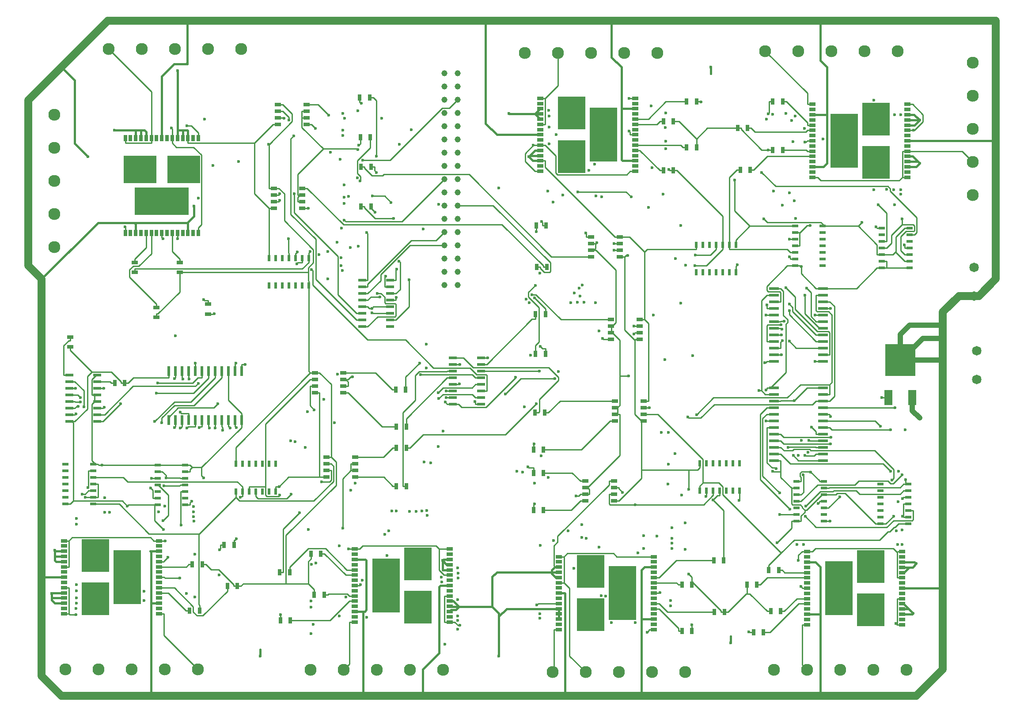
<source format=gtl>
G04 #@! TF.FileFunction,Copper,L1,Top,Signal*
%FSLAX46Y46*%
G04 Gerber Fmt 4.6, Leading zero omitted, Abs format (unit mm)*
G04 Created by KiCad (PCBNEW 4.0.2-stable) date Wed 13 Apr 2016 04:33:45 PM CST*
%MOMM*%
G01*
G04 APERTURE LIST*
%ADD10C,0.100000*%
%ADD11R,5.250000X6.230000*%
%ADD12R,5.250000X10.300000*%
%ADD13R,1.300000X0.665000*%
%ADD14R,6.230000X5.250000*%
%ADD15R,10.300000X5.250000*%
%ADD16R,0.665000X1.300000*%
%ADD17C,1.157000*%
%ADD18R,5.800000X6.200000*%
%ADD19R,1.600000X3.000000*%
%ADD20R,0.700000X1.300000*%
%ADD21R,1.300000X0.700000*%
%ADD22C,2.300000*%
%ADD23C,1.820000*%
%ADD24R,1.500000X0.550000*%
%ADD25R,0.580000X1.180000*%
%ADD26R,0.550000X1.950000*%
%ADD27R,1.180000X0.580000*%
%ADD28R,1.950000X0.550000*%
%ADD29R,1.200000X0.800000*%
%ADD30C,0.600000*%
%ADD31C,0.250000*%
%ADD32C,1.000000*%
%ADD33C,0.400000*%
%ADD34C,1.500000*%
G04 APERTURE END LIST*
D10*
D11*
X180215000Y-52552000D03*
X180215000Y-44222000D03*
D12*
X174115000Y-48387000D03*
D13*
X168065000Y-41387000D03*
X168065000Y-42387000D03*
X168065000Y-43387000D03*
X168065000Y-44387000D03*
X168065000Y-45387000D03*
X168065000Y-46387000D03*
X168065000Y-47387000D03*
X168065000Y-48387000D03*
X168065000Y-49387000D03*
X168065000Y-50387000D03*
X168065000Y-51387000D03*
X168065000Y-52387000D03*
X168065000Y-53387000D03*
X168065000Y-54387000D03*
X168065000Y-55387000D03*
X186265000Y-55387000D03*
X186265000Y-54387000D03*
X186265000Y-53387000D03*
X186265000Y-52387000D03*
X186265000Y-51387000D03*
X186265000Y-50387000D03*
X186265000Y-49387000D03*
X186265000Y-48387000D03*
X186265000Y-47387000D03*
X186265000Y-46387000D03*
X186265000Y-45387000D03*
X186265000Y-44387000D03*
X186265000Y-43387000D03*
X186265000Y-42387000D03*
X186265000Y-41387000D03*
D11*
X30668500Y-127979000D03*
X30668500Y-136309000D03*
D12*
X36768500Y-132144000D03*
D13*
X42818500Y-139144000D03*
X42818500Y-138144000D03*
X42818500Y-137144000D03*
X42818500Y-136144000D03*
X42818500Y-135144000D03*
X42818500Y-134144000D03*
X42818500Y-133144000D03*
X42818500Y-132144000D03*
X42818500Y-131144000D03*
X42818500Y-130144000D03*
X42818500Y-129144000D03*
X42818500Y-128144000D03*
X42818500Y-127144000D03*
X42818500Y-126144000D03*
X42818500Y-125144000D03*
X24618500Y-125144000D03*
X24618500Y-126144000D03*
X24618500Y-127144000D03*
X24618500Y-128144000D03*
X24618500Y-129144000D03*
X24618500Y-130144000D03*
X24618500Y-131144000D03*
X24618500Y-132144000D03*
X24618500Y-133144000D03*
X24618500Y-134144000D03*
X24618500Y-135144000D03*
X24618500Y-136144000D03*
X24618500Y-137144000D03*
X24618500Y-138144000D03*
X24618500Y-139144000D03*
D11*
X92458000Y-137896000D03*
X92458000Y-129566000D03*
D12*
X86358000Y-133731000D03*
D13*
X80308000Y-126731000D03*
X80308000Y-127731000D03*
X80308000Y-128731000D03*
X80308000Y-129731000D03*
X80308000Y-130731000D03*
X80308000Y-131731000D03*
X80308000Y-132731000D03*
X80308000Y-133731000D03*
X80308000Y-134731000D03*
X80308000Y-135731000D03*
X80308000Y-136731000D03*
X80308000Y-137731000D03*
X80308000Y-138731000D03*
X80308000Y-139731000D03*
X80308000Y-140731000D03*
X98508000Y-140731000D03*
X98508000Y-139731000D03*
X98508000Y-138731000D03*
X98508000Y-137731000D03*
X98508000Y-136731000D03*
X98508000Y-135731000D03*
X98508000Y-134731000D03*
X98508000Y-133731000D03*
X98508000Y-132731000D03*
X98508000Y-131731000D03*
X98508000Y-130731000D03*
X98508000Y-129731000D03*
X98508000Y-128731000D03*
X98508000Y-127731000D03*
X98508000Y-126731000D03*
D11*
X125538000Y-131027000D03*
X125538000Y-139357000D03*
D12*
X131638000Y-135192000D03*
D13*
X137688000Y-142192000D03*
X137688000Y-141192000D03*
X137688000Y-140192000D03*
X137688000Y-139192000D03*
X137688000Y-138192000D03*
X137688000Y-137192000D03*
X137688000Y-136192000D03*
X137688000Y-135192000D03*
X137688000Y-134192000D03*
X137688000Y-133192000D03*
X137688000Y-132192000D03*
X137688000Y-131192000D03*
X137688000Y-130192000D03*
X137688000Y-129192000D03*
X137688000Y-128192000D03*
X119488000Y-128192000D03*
X119488000Y-129192000D03*
X119488000Y-130192000D03*
X119488000Y-131192000D03*
X119488000Y-132192000D03*
X119488000Y-133192000D03*
X119488000Y-134192000D03*
X119488000Y-135192000D03*
X119488000Y-136192000D03*
X119488000Y-137192000D03*
X119488000Y-138192000D03*
X119488000Y-139192000D03*
X119488000Y-140192000D03*
X119488000Y-141192000D03*
X119488000Y-142192000D03*
D11*
X179199000Y-138404000D03*
X179199000Y-130074000D03*
D12*
X173099000Y-134239000D03*
D13*
X167049000Y-127239000D03*
X167049000Y-128239000D03*
X167049000Y-129239000D03*
X167049000Y-130239000D03*
X167049000Y-131239000D03*
X167049000Y-132239000D03*
X167049000Y-133239000D03*
X167049000Y-134239000D03*
X167049000Y-135239000D03*
X167049000Y-136239000D03*
X167049000Y-137239000D03*
X167049000Y-138239000D03*
X167049000Y-139239000D03*
X167049000Y-140239000D03*
X167049000Y-141239000D03*
X185249000Y-141239000D03*
X185249000Y-140239000D03*
X185249000Y-139239000D03*
X185249000Y-138239000D03*
X185249000Y-137239000D03*
X185249000Y-136239000D03*
X185249000Y-135239000D03*
X185249000Y-134239000D03*
X185249000Y-133239000D03*
X185249000Y-132239000D03*
X185249000Y-131239000D03*
X185249000Y-130239000D03*
X185249000Y-129239000D03*
X185249000Y-128239000D03*
X185249000Y-127239000D03*
D11*
X121918000Y-43079000D03*
X121918000Y-51409000D03*
D12*
X128018000Y-47244000D03*
D13*
X134068000Y-54244000D03*
X134068000Y-53244000D03*
X134068000Y-52244000D03*
X134068000Y-51244000D03*
X134068000Y-50244000D03*
X134068000Y-49244000D03*
X134068000Y-48244000D03*
X134068000Y-47244000D03*
X134068000Y-46244000D03*
X134068000Y-45244000D03*
X134068000Y-44244000D03*
X134068000Y-43244000D03*
X134068000Y-42244000D03*
X134068000Y-41244000D03*
X134068000Y-40244000D03*
X115868000Y-40244000D03*
X115868000Y-41244000D03*
X115868000Y-42244000D03*
X115868000Y-43244000D03*
X115868000Y-44244000D03*
X115868000Y-45244000D03*
X115868000Y-46244000D03*
X115868000Y-47244000D03*
X115868000Y-48244000D03*
X115868000Y-49244000D03*
X115868000Y-50244000D03*
X115868000Y-51244000D03*
X115868000Y-52244000D03*
X115868000Y-53244000D03*
X115868000Y-54244000D03*
D14*
X47535500Y-53909500D03*
X39205500Y-53909500D03*
D15*
X43370500Y-60009500D03*
D16*
X36370500Y-66059500D03*
X37370500Y-66059500D03*
X38370500Y-66059500D03*
X39370500Y-66059500D03*
X40370500Y-66059500D03*
X41370500Y-66059500D03*
X42370500Y-66059500D03*
X43370500Y-66059500D03*
X44370500Y-66059500D03*
X45370500Y-66059500D03*
X46370500Y-66059500D03*
X47370500Y-66059500D03*
X48370500Y-66059500D03*
X49370500Y-66059500D03*
X50370500Y-66059500D03*
X50370500Y-47859500D03*
X49370500Y-47859500D03*
X48370500Y-47859500D03*
X47370500Y-47859500D03*
X46370500Y-47859500D03*
X45370500Y-47859500D03*
X44370500Y-47859500D03*
X43370500Y-47859500D03*
X42370500Y-47859500D03*
X41370500Y-47859500D03*
X40370500Y-47859500D03*
X39370500Y-47859500D03*
X38370500Y-47859500D03*
X37370500Y-47859500D03*
X36370500Y-47859500D03*
D17*
X100076000Y-76073000D03*
X97536000Y-76073000D03*
X100076000Y-73533000D03*
X97536000Y-73533000D03*
X100076000Y-70993000D03*
X97536000Y-70993000D03*
X100076000Y-68453000D03*
X97536000Y-68453000D03*
X100076000Y-65913000D03*
X97536000Y-65913000D03*
X100076000Y-63373000D03*
X97536000Y-63373000D03*
X100076000Y-60833000D03*
X97536000Y-60833000D03*
X100076000Y-58293000D03*
X97536000Y-58293000D03*
X100076000Y-55753000D03*
X97536000Y-55753000D03*
X100076000Y-53213000D03*
X97536000Y-53213000D03*
X100076000Y-50673000D03*
X97536000Y-50673000D03*
X100076000Y-48133000D03*
X97536000Y-48133000D03*
X100076000Y-45593000D03*
X97536000Y-45593000D03*
X100076000Y-43053000D03*
X97536000Y-43053000D03*
X100076000Y-40513000D03*
X97536000Y-40513000D03*
X100076000Y-37973000D03*
X97536000Y-37973000D03*
X100076000Y-35433000D03*
X97536000Y-35433000D03*
D18*
X184912000Y-90499000D03*
D19*
X187197000Y-97679000D03*
X182627000Y-97679000D03*
D20*
X158684000Y-142748000D03*
X156784000Y-142748000D03*
X161605000Y-130810000D03*
X159705000Y-130810000D03*
X157414000Y-133604000D03*
X155514000Y-133604000D03*
X156144000Y-53975000D03*
X154244000Y-53975000D03*
X162367000Y-40894000D03*
X160467000Y-40894000D03*
X155636000Y-45974000D03*
X153736000Y-45974000D03*
X55311000Y-125984000D03*
X57211000Y-125984000D03*
X48707000Y-138557000D03*
X50607000Y-138557000D03*
X55946000Y-133858000D03*
X57846000Y-133858000D03*
X68006000Y-140462000D03*
X66106000Y-140462000D03*
X67879000Y-131191000D03*
X65979000Y-131191000D03*
X73848000Y-127635000D03*
X71948000Y-127635000D03*
X149164000Y-128905000D03*
X151064000Y-128905000D03*
X143068000Y-142494000D03*
X144968000Y-142494000D03*
X149291000Y-138811000D03*
X151191000Y-138811000D03*
X143957000Y-40894000D03*
X145857000Y-40894000D03*
X139512000Y-54102000D03*
X141412000Y-54102000D03*
X143957000Y-49657000D03*
X145857000Y-49657000D03*
D21*
X52260500Y-79758500D03*
X52260500Y-81658500D03*
X38163500Y-71757500D03*
X38163500Y-73657500D03*
X42354500Y-80393500D03*
X42354500Y-82293500D03*
D20*
X83182500Y-40068500D03*
X81282500Y-40068500D03*
X83309500Y-47688500D03*
X81409500Y-47688500D03*
X83436500Y-53403500D03*
X81536500Y-53403500D03*
X83436500Y-61023500D03*
X81536500Y-61023500D03*
X115001000Y-89281000D03*
X116901000Y-89281000D03*
X115001000Y-81661000D03*
X116901000Y-81661000D03*
X115255000Y-72644000D03*
X117155000Y-72644000D03*
X115128000Y-64643000D03*
X117028000Y-64643000D03*
X90104000Y-96139000D03*
X88204000Y-96139000D03*
X90231000Y-103251000D03*
X88331000Y-103251000D03*
X90231000Y-107315000D03*
X88331000Y-107315000D03*
X90231000Y-114681000D03*
X88331000Y-114681000D03*
X114620000Y-119253000D03*
X116520000Y-119253000D03*
X114620000Y-112141000D03*
X116520000Y-112141000D03*
X114620000Y-107696000D03*
X116520000Y-107696000D03*
X114874000Y-100584000D03*
X116774000Y-100584000D03*
D22*
X160655000Y-149937000D03*
X167005000Y-149937000D03*
X173355000Y-149937000D03*
X179705000Y-149937000D03*
X186055000Y-149937000D03*
X50292000Y-149783000D03*
X43942000Y-149783000D03*
X37592000Y-149783000D03*
X31242000Y-149783000D03*
X24892000Y-149783000D03*
X71882000Y-149937000D03*
X78232000Y-149937000D03*
X84582000Y-149937000D03*
X90932000Y-149937000D03*
X97282000Y-149937000D03*
X22810000Y-68834000D03*
X22810000Y-62484000D03*
X22810000Y-56134000D03*
X22810000Y-49784000D03*
X22810000Y-43434000D03*
X33147000Y-30811000D03*
X39497000Y-30811000D03*
X45847000Y-30811000D03*
X52197000Y-30811000D03*
X58547000Y-30811000D03*
D23*
X199517000Y-88690000D03*
X199517000Y-94190000D03*
X199009000Y-78188000D03*
X199009000Y-72688000D03*
D22*
X118237000Y-150318000D03*
X124587000Y-150318000D03*
X130937000Y-150318000D03*
X137287000Y-150318000D03*
X143637000Y-150318000D03*
X112903000Y-31573000D03*
X119253000Y-31573000D03*
X125603000Y-31573000D03*
X131953000Y-31573000D03*
X138303000Y-31573000D03*
D24*
X31021000Y-102235000D03*
X31021000Y-100965000D03*
X31021000Y-99695000D03*
X31021000Y-98425000D03*
X31021000Y-97155000D03*
X31021000Y-95885000D03*
X31021000Y-94615000D03*
X31021000Y-93345000D03*
X25621000Y-93345000D03*
X25621000Y-94615000D03*
X25621000Y-95885000D03*
X25621000Y-97155000D03*
X25621000Y-98425000D03*
X25621000Y-99695000D03*
X25621000Y-100965000D03*
X25621000Y-102235000D03*
D22*
X159004000Y-31192000D03*
X165354000Y-31192000D03*
X171704000Y-31192000D03*
X178054000Y-31192000D03*
X184404000Y-31192000D03*
X198832000Y-58801000D03*
X198832000Y-52451000D03*
X198832000Y-46101000D03*
X198832000Y-39751000D03*
X198832000Y-33401000D03*
D21*
X25781000Y-87945000D03*
X25781000Y-86045000D03*
D20*
X36256000Y-94869000D03*
X34356000Y-94869000D03*
D21*
X46799500Y-71757500D03*
X46799500Y-73657500D03*
D20*
X139512000Y-44704000D03*
X141412000Y-44704000D03*
X143068000Y-133604000D03*
X144968000Y-133604000D03*
X74483000Y-135509000D03*
X72583000Y-135509000D03*
X49215000Y-129667000D03*
X51115000Y-129667000D03*
X162367000Y-50165000D03*
X160467000Y-50165000D03*
X161986000Y-138684000D03*
X160086000Y-138684000D03*
D24*
X81755000Y-75184000D03*
X81755000Y-76454000D03*
X81755000Y-77724000D03*
X81755000Y-78994000D03*
X81755000Y-80264000D03*
X81755000Y-81534000D03*
X81755000Y-82804000D03*
X81755000Y-84074000D03*
X87155000Y-84074000D03*
X87155000Y-82804000D03*
X87155000Y-81534000D03*
X87155000Y-80264000D03*
X87155000Y-78994000D03*
X87155000Y-77724000D03*
X87155000Y-76454000D03*
X87155000Y-75184000D03*
X104554000Y-98933000D03*
X104554000Y-97663000D03*
X104554000Y-96393000D03*
X104554000Y-95123000D03*
X104554000Y-93853000D03*
X104554000Y-92583000D03*
X104554000Y-91313000D03*
X104554000Y-90043000D03*
X99154000Y-90043000D03*
X99154000Y-91313000D03*
X99154000Y-92583000D03*
X99154000Y-93853000D03*
X99154000Y-95123000D03*
X99154000Y-96393000D03*
X99154000Y-97663000D03*
X99154000Y-98933000D03*
D25*
X71501000Y-70873000D03*
X70231000Y-70873000D03*
X68961000Y-70873000D03*
X67691000Y-70873000D03*
X66421000Y-70873000D03*
X65151000Y-70873000D03*
X63881000Y-70873000D03*
X63881000Y-76193000D03*
X65151000Y-76193000D03*
X66421000Y-76193000D03*
X67691000Y-76193000D03*
X68961000Y-76193000D03*
X70231000Y-76193000D03*
X71501000Y-76193000D03*
X146431000Y-115563000D03*
X147701000Y-115563000D03*
X148971000Y-115563000D03*
X150241000Y-115563000D03*
X151511000Y-115563000D03*
X152781000Y-115563000D03*
X154051000Y-115563000D03*
X154051000Y-110243000D03*
X152781000Y-110243000D03*
X151511000Y-110243000D03*
X150241000Y-110243000D03*
X148971000Y-110243000D03*
X147701000Y-110243000D03*
X146431000Y-110243000D03*
X57531000Y-115690000D03*
X58801000Y-115690000D03*
X60071000Y-115690000D03*
X61341000Y-115690000D03*
X62611000Y-115690000D03*
X63881000Y-115690000D03*
X65151000Y-115690000D03*
X65151000Y-110370000D03*
X63881000Y-110370000D03*
X62611000Y-110370000D03*
X61341000Y-110370000D03*
X60071000Y-110370000D03*
X58801000Y-110370000D03*
X57531000Y-110370000D03*
X153416000Y-68333000D03*
X152146000Y-68333000D03*
X150876000Y-68333000D03*
X149606000Y-68333000D03*
X148336000Y-68333000D03*
X147066000Y-68333000D03*
X145796000Y-68333000D03*
X145796000Y-73653000D03*
X147066000Y-73653000D03*
X148336000Y-73653000D03*
X149606000Y-73653000D03*
X150876000Y-73653000D03*
X152146000Y-73653000D03*
X153416000Y-73653000D03*
D26*
X44687000Y-101982000D03*
X45957000Y-101982000D03*
X47227000Y-101982000D03*
X48497000Y-101982000D03*
X49767000Y-101982000D03*
X51037000Y-101982000D03*
X52307000Y-101982000D03*
X53577000Y-101982000D03*
X54847000Y-101982000D03*
X56117000Y-101982000D03*
X57387000Y-101982000D03*
X58657000Y-101982000D03*
X58657000Y-92582000D03*
X57387000Y-92582000D03*
X56117000Y-92582000D03*
X54847000Y-92582000D03*
X53577000Y-92582000D03*
X52307000Y-92582000D03*
X51037000Y-92582000D03*
X49767000Y-92582000D03*
X48497000Y-92582000D03*
X47227000Y-92582000D03*
X45957000Y-92582000D03*
X44687000Y-92582000D03*
D27*
X47872000Y-118237000D03*
X47872000Y-116967000D03*
X47872000Y-115697000D03*
X47872000Y-114427000D03*
X47872000Y-113157000D03*
X47872000Y-111887000D03*
X47872000Y-110617000D03*
X42552000Y-110617000D03*
X42552000Y-111887000D03*
X42552000Y-113157000D03*
X42552000Y-114427000D03*
X42552000Y-115697000D03*
X42552000Y-116967000D03*
X42552000Y-118237000D03*
D28*
X170054000Y-90695000D03*
X170054000Y-89425000D03*
X170054000Y-88155000D03*
X170054000Y-86885000D03*
X170054000Y-85615000D03*
X170054000Y-84345000D03*
X170054000Y-83075000D03*
X170054000Y-81805000D03*
X170054000Y-80535000D03*
X170054000Y-79265000D03*
X170054000Y-77995000D03*
X170054000Y-76725000D03*
X160654000Y-76725000D03*
X160654000Y-77995000D03*
X160654000Y-79265000D03*
X160654000Y-80535000D03*
X160654000Y-81805000D03*
X160654000Y-83075000D03*
X160654000Y-84345000D03*
X160654000Y-85615000D03*
X160654000Y-86885000D03*
X160654000Y-88155000D03*
X160654000Y-89425000D03*
X160654000Y-90695000D03*
D27*
X30219000Y-118110000D03*
X30219000Y-116840000D03*
X30219000Y-115570000D03*
X30219000Y-114300000D03*
X30219000Y-113030000D03*
X30219000Y-111760000D03*
X30219000Y-110490000D03*
X24899000Y-110490000D03*
X24899000Y-111760000D03*
X24899000Y-113030000D03*
X24899000Y-114300000D03*
X24899000Y-115570000D03*
X24899000Y-116840000D03*
X24899000Y-118110000D03*
X181363000Y-65151000D03*
X181363000Y-66421000D03*
X181363000Y-67691000D03*
X181363000Y-68961000D03*
X181363000Y-70231000D03*
X181363000Y-71501000D03*
X181363000Y-72771000D03*
X186683000Y-72771000D03*
X186683000Y-71501000D03*
X186683000Y-70231000D03*
X186683000Y-68961000D03*
X186683000Y-67691000D03*
X186683000Y-66421000D03*
X186683000Y-65151000D03*
D28*
X170054000Y-109745000D03*
X170054000Y-108475000D03*
X170054000Y-107205000D03*
X170054000Y-105935000D03*
X170054000Y-104665000D03*
X170054000Y-103395000D03*
X170054000Y-102125000D03*
X170054000Y-100855000D03*
X170054000Y-99585000D03*
X170054000Y-98315000D03*
X170054000Y-97045000D03*
X170054000Y-95775000D03*
X160654000Y-95775000D03*
X160654000Y-97045000D03*
X160654000Y-98315000D03*
X160654000Y-99585000D03*
X160654000Y-100855000D03*
X160654000Y-102125000D03*
X160654000Y-103395000D03*
X160654000Y-104665000D03*
X160654000Y-105935000D03*
X160654000Y-107205000D03*
X160654000Y-108475000D03*
X160654000Y-109745000D03*
D27*
X170300000Y-121412000D03*
X170300000Y-120142000D03*
X170300000Y-118872000D03*
X170300000Y-117602000D03*
X170300000Y-116332000D03*
X170300000Y-115062000D03*
X170300000Y-113792000D03*
X164980000Y-113792000D03*
X164980000Y-115062000D03*
X164980000Y-116332000D03*
X164980000Y-117602000D03*
X164980000Y-118872000D03*
X164980000Y-120142000D03*
X164980000Y-121412000D03*
X164726000Y-64770000D03*
X164726000Y-66040000D03*
X164726000Y-67310000D03*
X164726000Y-68580000D03*
X164726000Y-69850000D03*
X164726000Y-71120000D03*
X164726000Y-72390000D03*
X170046000Y-72390000D03*
X170046000Y-71120000D03*
X170046000Y-69850000D03*
X170046000Y-68580000D03*
X170046000Y-67310000D03*
X170046000Y-66040000D03*
X170046000Y-64770000D03*
X186429000Y-121920000D03*
X186429000Y-120650000D03*
X186429000Y-119380000D03*
X186429000Y-118110000D03*
X186429000Y-116840000D03*
X186429000Y-115570000D03*
X186429000Y-114300000D03*
X181109000Y-114300000D03*
X181109000Y-115570000D03*
X181109000Y-116840000D03*
X181109000Y-118110000D03*
X181109000Y-119380000D03*
X181109000Y-120650000D03*
X181109000Y-121920000D03*
D29*
X130223000Y-98330000D03*
X130223000Y-99600000D03*
X130223000Y-100870000D03*
X130223000Y-102140000D03*
X135723000Y-98330000D03*
X135723000Y-99600000D03*
X135723000Y-100870000D03*
X135723000Y-102140000D03*
X124508000Y-113697000D03*
X124508000Y-114967000D03*
X124508000Y-116237000D03*
X124508000Y-117507000D03*
X130008000Y-113697000D03*
X130008000Y-114967000D03*
X130008000Y-116237000D03*
X130008000Y-117507000D03*
X80406500Y-112934000D03*
X80406500Y-111664000D03*
X80406500Y-110394000D03*
X80406500Y-109124000D03*
X74906500Y-112934000D03*
X74906500Y-111664000D03*
X74906500Y-110394000D03*
X74906500Y-109124000D03*
X78184000Y-96742000D03*
X78184000Y-95472000D03*
X78184000Y-94202000D03*
X78184000Y-92932000D03*
X72684000Y-96742000D03*
X72684000Y-95472000D03*
X72684000Y-94202000D03*
X72684000Y-92932000D03*
X125651000Y-66834000D03*
X125651000Y-68104000D03*
X125651000Y-69374000D03*
X125651000Y-70644000D03*
X131151000Y-66834000D03*
X131151000Y-68104000D03*
X131151000Y-69374000D03*
X131151000Y-70644000D03*
X129461000Y-82709000D03*
X129461000Y-83979000D03*
X129461000Y-85249000D03*
X129461000Y-86519000D03*
X134961000Y-82709000D03*
X134961000Y-83979000D03*
X134961000Y-85249000D03*
X134961000Y-86519000D03*
X70310000Y-61309000D03*
X70310000Y-60039000D03*
X70310000Y-58769000D03*
X70310000Y-57499000D03*
X64810000Y-61309000D03*
X64810000Y-60039000D03*
X64810000Y-58769000D03*
X64810000Y-57499000D03*
X71135500Y-45243500D03*
X71135500Y-43973500D03*
X71135500Y-42703500D03*
X71135500Y-41433500D03*
X65635500Y-45243500D03*
X65635500Y-43973500D03*
X65635500Y-42703500D03*
X65635500Y-41433500D03*
D30*
X134604600Y-127458400D03*
X183607400Y-120408300D03*
X97696900Y-98551200D03*
X161268500Y-125543400D03*
X137126500Y-41715800D03*
X158922900Y-90943400D03*
X158750400Y-63338700D03*
X177559100Y-64084000D03*
X75169600Y-69645100D03*
X122357600Y-130447200D03*
X111158200Y-93765200D03*
X119337000Y-92681900D03*
X160405100Y-111773300D03*
X36777200Y-118470400D03*
X44173700Y-113038800D03*
X43679800Y-122984400D03*
X83616300Y-80561100D03*
X83616300Y-81420400D03*
X79951100Y-93689600D03*
X97581600Y-144962100D03*
X167757400Y-111956000D03*
X31906500Y-110617000D03*
X71319200Y-100368900D03*
X74388700Y-97978000D03*
X78021500Y-122732600D03*
X105826500Y-90050300D03*
X132871000Y-93479600D03*
X166506900Y-45992400D03*
X164563600Y-98292800D03*
X185915900Y-113439800D03*
X80933900Y-50103800D03*
X91150200Y-46259500D03*
X122728700Y-116584700D03*
X123860600Y-122034700D03*
X165901900Y-72553500D03*
X71419600Y-123017200D03*
X51389800Y-113038800D03*
X126755600Y-67942300D03*
X32281900Y-95885000D03*
X77801400Y-65169200D03*
X72085300Y-73116900D03*
X77536900Y-51971700D03*
X45981000Y-85849100D03*
X32305200Y-99524900D03*
X78312500Y-63593600D03*
X73507500Y-70262900D03*
X75663200Y-50552300D03*
X96438500Y-97864700D03*
X50367900Y-94948900D03*
X35461800Y-98869500D03*
X77082400Y-93183600D03*
X79172900Y-59090000D03*
X103358100Y-98394200D03*
X26890900Y-100805700D03*
X164337400Y-48530500D03*
X185221400Y-63340700D03*
X164830300Y-63327700D03*
X168574500Y-90695000D03*
X77977900Y-73305900D03*
X88882900Y-49088200D03*
X158349700Y-54449700D03*
X78064200Y-46329200D03*
X85542900Y-44089000D03*
X180254900Y-64867000D03*
X78339500Y-59239300D03*
X81838400Y-52098600D03*
X114582000Y-49244000D03*
X132882200Y-40244000D03*
X136367800Y-142717700D03*
X115255200Y-137471500D03*
X49530000Y-60960000D03*
X48260000Y-33655000D03*
X29210000Y-51435000D03*
X188595000Y-101600000D03*
X109855000Y-43180000D03*
X113665000Y-51435000D03*
X188595000Y-44450000D03*
X188595000Y-52705000D03*
X187325000Y-139065000D03*
X187960000Y-129540000D03*
X107950000Y-147320000D03*
X97155000Y-128905000D03*
X22225000Y-135255000D03*
X22860000Y-127000000D03*
X46355000Y-34925000D03*
X34290000Y-46355000D03*
X148590000Y-34290000D03*
X62230000Y-147320000D03*
X152400000Y-144780000D03*
X65827700Y-114774700D03*
X154025000Y-117354700D03*
X36335800Y-64906900D03*
X45180800Y-45895300D03*
X48159000Y-45522800D03*
X86233000Y-74407900D03*
X88821900Y-71475400D03*
X51529000Y-44224800D03*
X50333200Y-59398400D03*
X79157700Y-126731000D03*
X100455300Y-141376400D03*
X26878900Y-139316600D03*
X43981100Y-125183100D03*
X167625300Y-64671200D03*
X84675700Y-77682400D03*
X165383500Y-128909700D03*
X184092300Y-141057600D03*
X84506200Y-54446100D03*
X84497100Y-51381200D03*
X114941100Y-76146200D03*
X114689800Y-106517900D03*
X114809000Y-118088700D03*
X115111600Y-98825500D03*
X92749800Y-91035800D03*
X93462000Y-65293600D03*
X71415600Y-61309000D03*
X116143300Y-63868000D03*
X100452400Y-91313000D03*
X113531600Y-110970500D03*
X72815400Y-45998100D03*
X114819200Y-78539800D03*
X75357700Y-43455900D03*
X115882900Y-87822600D03*
X96320300Y-96755300D03*
X84207100Y-62148300D03*
X124624500Y-66099400D03*
X87755400Y-63266100D03*
X92949600Y-93280400D03*
X81340500Y-56129800D03*
X115769500Y-92583000D03*
X115128000Y-65795900D03*
X114267200Y-77899200D03*
X81090100Y-49276100D03*
X127825800Y-86358500D03*
X81581600Y-41227100D03*
X181322000Y-97679000D03*
X63856400Y-49039000D03*
X153635900Y-72183400D03*
X159589300Y-50165000D03*
X58045900Y-52362000D03*
X132678300Y-70413900D03*
X144316500Y-115320000D03*
X144321600Y-131511800D03*
X51390000Y-78888000D03*
X46370500Y-67220300D03*
X54454200Y-126840800D03*
X44568500Y-128340100D03*
X159586900Y-43224900D03*
X65933400Y-58581600D03*
X153152700Y-55956100D03*
X88348700Y-73000700D03*
X88330500Y-78436500D03*
X90782300Y-75094900D03*
X85143500Y-78360000D03*
X82593600Y-66037100D03*
X97888300Y-96393000D03*
X100404400Y-95059200D03*
X97888300Y-97663000D03*
X65946100Y-59848900D03*
X166626900Y-48670400D03*
X139476600Y-58674000D03*
X120188300Y-58829100D03*
X133303800Y-59153900D03*
X123059600Y-58202600D03*
X184121900Y-123218100D03*
X165100000Y-125872900D03*
X185254400Y-123037000D03*
X166370000Y-125893200D03*
X185801000Y-103840900D03*
X165354000Y-108762500D03*
X140892300Y-136585800D03*
X128466000Y-135783200D03*
X140867900Y-137668000D03*
X127619000Y-135708600D03*
X141112800Y-124716600D03*
X124712800Y-124716100D03*
X141129800Y-125603000D03*
X123857800Y-124535800D03*
X100094200Y-139575200D03*
X82656900Y-139799400D03*
X100103500Y-140463800D03*
X77389500Y-139617400D03*
X96961900Y-132130900D03*
X81800900Y-132692600D03*
X100094200Y-130366800D03*
X86510100Y-127980700D03*
X49424800Y-118546600D03*
X32409200Y-119683800D03*
X49447200Y-119621200D03*
X33315800Y-119680700D03*
X48124500Y-135280900D03*
X39945200Y-136581700D03*
X49697800Y-135957100D03*
X39948900Y-134799200D03*
X162963900Y-76581500D03*
X160401000Y-43299500D03*
X163640800Y-86856100D03*
X159291400Y-44272100D03*
X163640300Y-80988500D03*
X164096900Y-44456000D03*
X163622700Y-79741300D03*
X164792200Y-43680400D03*
X166602500Y-78003500D03*
X179786400Y-40582900D03*
X166965400Y-76698800D03*
X170090300Y-48034900D03*
X168573700Y-81805000D03*
X183819900Y-43413700D03*
X171539900Y-80535000D03*
X185028200Y-43385000D03*
X162140000Y-89425000D03*
X184991100Y-58663200D03*
X162264300Y-86705700D03*
X184988800Y-57748200D03*
X162005600Y-83710000D03*
X179856300Y-57780900D03*
X162140000Y-85615000D03*
X162215300Y-84562400D03*
X162665600Y-82987400D03*
X159146600Y-81805000D03*
X159308700Y-79887700D03*
X160601900Y-58019900D03*
X182255300Y-57745600D03*
X162306000Y-60754200D03*
X183601500Y-57779200D03*
X164562400Y-59947300D03*
X163618600Y-67310000D03*
X163617300Y-58341400D03*
X163614200Y-70639400D03*
X183769000Y-60630100D03*
X162941000Y-43151800D03*
X180681700Y-60651000D03*
X185656100Y-68382400D03*
X145114700Y-89583800D03*
X126341600Y-52916400D03*
X125175700Y-54081800D03*
X139791400Y-90365900D03*
X27310800Y-99330100D03*
X136615000Y-61139300D03*
X137342600Y-53519200D03*
X169197000Y-117954600D03*
X184467400Y-117676100D03*
X166311400Y-112501300D03*
X27761100Y-98529700D03*
X27761100Y-97687000D03*
X109182600Y-97015700D03*
X118686400Y-94052700D03*
X121199700Y-123242700D03*
X135740200Y-126586400D03*
X127176200Y-126406000D03*
X26876200Y-95885000D03*
X41413400Y-113157000D03*
X43728800Y-114612100D03*
X32449900Y-116867400D03*
X28425700Y-99466800D03*
X68029900Y-105966600D03*
X77364500Y-126115000D03*
X126514500Y-79442900D03*
X77723900Y-72374200D03*
X127174300Y-84916900D03*
X75156700Y-74888900D03*
X54071300Y-98874300D03*
X81025200Y-68668500D03*
X164408000Y-108763800D03*
X77726900Y-70865700D03*
X137549900Y-81824800D03*
X115857600Y-73808600D03*
X78422000Y-44093900D03*
X114073200Y-89579500D03*
X78078600Y-47417000D03*
X41263700Y-115056300D03*
X80940600Y-42597100D03*
X161778400Y-120142000D03*
X78052800Y-43147400D03*
X142827700Y-79563300D03*
X76961100Y-67849400D03*
X96431600Y-60602800D03*
X78315100Y-60453500D03*
X68884900Y-106115200D03*
X79485000Y-68916300D03*
X49085800Y-117547600D03*
X80846600Y-55491600D03*
X171403200Y-121412000D03*
X107907200Y-57420000D03*
X78339500Y-56836900D03*
X143787900Y-72229000D03*
X111458500Y-111773400D03*
X68730200Y-58515100D03*
X68653700Y-47430600D03*
X79605400Y-115458700D03*
X28706100Y-116843600D03*
X185331000Y-120467300D03*
X130030200Y-69374000D03*
X71784500Y-69669100D03*
X69261200Y-71980500D03*
X53433600Y-81575600D03*
X133850600Y-85505400D03*
X69365400Y-69690200D03*
X67624700Y-67190300D03*
X145538600Y-72370600D03*
X67728000Y-44415200D03*
X140539000Y-53904300D03*
X145611400Y-70338500D03*
X146737600Y-40919300D03*
X144968000Y-141310500D03*
X134083100Y-118239000D03*
X112496800Y-111950100D03*
X116083600Y-108867300D03*
X149027400Y-117299800D03*
X65942600Y-116404600D03*
X69754000Y-119800100D03*
X68167400Y-116200100D03*
X66106000Y-139308100D03*
X58438100Y-116781900D03*
X57637500Y-124801200D03*
X185321400Y-117032300D03*
X155908200Y-142665000D03*
X147674300Y-116673200D03*
X133842400Y-83950600D03*
X53133600Y-53160000D03*
X130043100Y-68104000D03*
X43559600Y-67223900D03*
X66760900Y-44067900D03*
X132902500Y-46529100D03*
X131674900Y-115851500D03*
X138858700Y-135122700D03*
X136834700Y-99600000D03*
X165889700Y-133937600D03*
X72575100Y-100028800D03*
X81471600Y-133542700D03*
X73996300Y-113827700D03*
X46817900Y-132333100D03*
X141838100Y-70971500D03*
X118384400Y-60192100D03*
X142789400Y-64688700D03*
X117311400Y-58037600D03*
X124270200Y-79407000D03*
X117589800Y-48973600D03*
X122973800Y-79422200D03*
X117562600Y-43676500D03*
X121760800Y-79423500D03*
X117515600Y-42568900D03*
X123554100Y-78221600D03*
X139858200Y-45862300D03*
X122440900Y-77587100D03*
X139976600Y-43044500D03*
X123363600Y-76637900D03*
X139979700Y-48472200D03*
X123972500Y-76114800D03*
X139969400Y-49927300D03*
X113184200Y-78818900D03*
X144166900Y-101387600D03*
X56472900Y-103473800D03*
X96340500Y-107096400D03*
X145863500Y-100935800D03*
X57692600Y-103457900D03*
X97308000Y-104128300D03*
X113751300Y-79499300D03*
X57598700Y-91070000D03*
X94052500Y-91998700D03*
X157822000Y-96327900D03*
X59356500Y-91281700D03*
X94079800Y-87445200D03*
X159142000Y-96230200D03*
X127652900Y-59162600D03*
X118941100Y-47199600D03*
X126563600Y-58937300D03*
X117575600Y-45752600D03*
X166766800Y-118490700D03*
X166692500Y-120469600D03*
X139103900Y-104364400D03*
X141125400Y-122662800D03*
X140484300Y-104360000D03*
X143673300Y-121711700D03*
X141723500Y-108425300D03*
X141123500Y-126645700D03*
X143015600Y-116414600D03*
X143660800Y-126781300D03*
X140333900Y-114240800D03*
X115792200Y-140017300D03*
X140487000Y-110426300D03*
X115791600Y-139192000D03*
X112876900Y-99476700D03*
X114809000Y-114058400D03*
X135727500Y-124135800D03*
X117388100Y-112966200D03*
X138266400Y-124292700D03*
X161147400Y-111273300D03*
X159162000Y-102125000D03*
X163748900Y-119116800D03*
X161762700Y-115937000D03*
X167894000Y-103332200D03*
X167373500Y-105900300D03*
X185240100Y-125897700D03*
X165974300Y-105900300D03*
X184363600Y-125888900D03*
X167204300Y-108185200D03*
X166593700Y-108726600D03*
X163375100Y-107200800D03*
X183017900Y-111773500D03*
X183328900Y-113539800D03*
X171604700Y-105265400D03*
X171549300Y-106535300D03*
X173304400Y-116694400D03*
X184531000Y-111791800D03*
X185249800Y-112505900D03*
X183878300Y-99585000D03*
X171549300Y-101325900D03*
X183054600Y-103841300D03*
X181118100Y-103174800D03*
X80458200Y-114098800D03*
X72061900Y-129676100D03*
X93623200Y-110069100D03*
X100119200Y-131346100D03*
X94918700Y-110175300D03*
X100115400Y-132290300D03*
X87435300Y-119467300D03*
X100098100Y-142160100D03*
X88283000Y-119468300D03*
X100035700Y-136466700D03*
X94182400Y-119342900D03*
X97004000Y-133024000D03*
X90839300Y-119487000D03*
X71963000Y-136693600D03*
X92104800Y-119483800D03*
X71975600Y-137898900D03*
X93171800Y-119465700D03*
X71976000Y-142922800D03*
X94207400Y-120296100D03*
X72395000Y-141209800D03*
X70859400Y-107268100D03*
X86874200Y-123197200D03*
X76459900Y-102489000D03*
X86139600Y-123950900D03*
X134102600Y-140849800D03*
X118422100Y-125135000D03*
X129565100Y-140845300D03*
X115913200Y-126056500D03*
X45773400Y-103465900D03*
X27022900Y-137095800D03*
X46923700Y-103539900D03*
X26903900Y-138098100D03*
X46900200Y-100500100D03*
X27024800Y-133604000D03*
X48174400Y-103494000D03*
X50537500Y-103447500D03*
X49728900Y-127696100D03*
X52458900Y-103493300D03*
X53581500Y-103486500D03*
X55000400Y-103925500D03*
X54331100Y-131674800D03*
X45782500Y-94067900D03*
X49501200Y-121358400D03*
X47442100Y-94091000D03*
X49414400Y-120489800D03*
X48581100Y-94073900D03*
X49787000Y-91096200D03*
X42605900Y-94878600D03*
X42299400Y-96852200D03*
X42029700Y-102254200D03*
X27001800Y-121995500D03*
X43335600Y-102509700D03*
X27003300Y-120876300D03*
X47065000Y-122163200D03*
X43618900Y-121296700D03*
X78670700Y-135967700D03*
X72874900Y-129404200D03*
X29209300Y-114906500D03*
X28093700Y-116192600D03*
X42720000Y-119570400D03*
X27000200Y-134767000D03*
X43972700Y-118462100D03*
X27009600Y-136144000D03*
X83710600Y-58999500D03*
X87326100Y-60243600D03*
X187446700Y-46387000D03*
D31*
X98616400Y-98933000D02*
X98078700Y-98933000D01*
X98616400Y-98933000D02*
X99154000Y-98933000D01*
X99154000Y-98933000D02*
X100229300Y-98933000D01*
X160654000Y-90695000D02*
X159353700Y-90695000D01*
X36256000Y-94869000D02*
X35580700Y-94869000D01*
X37918000Y-93882300D02*
X36931300Y-94869000D01*
X44687000Y-93882300D02*
X37918000Y-93882300D01*
X44687000Y-92582000D02*
X44687000Y-93882300D01*
X25781000Y-87945000D02*
X25781000Y-88620300D01*
X170046000Y-64770000D02*
X170447400Y-64770000D01*
X36256000Y-94869000D02*
X36931300Y-94869000D01*
X158922900Y-90943300D02*
X158922900Y-90943400D01*
X159105400Y-90943300D02*
X158922900Y-90943300D01*
X159353700Y-90695000D02*
X159105400Y-90943300D01*
X182095700Y-121920000D02*
X181109000Y-121920000D01*
X183607400Y-120408300D02*
X182095700Y-121920000D01*
X172514000Y-116332000D02*
X170300000Y-116332000D01*
X172791700Y-116054300D02*
X172514000Y-116332000D01*
X174328000Y-116054300D02*
X172791700Y-116054300D01*
X180193700Y-121920000D02*
X174328000Y-116054300D01*
X181109000Y-121920000D02*
X180193700Y-121920000D01*
X176873100Y-64770000D02*
X177559100Y-64084000D01*
X170447400Y-64770000D02*
X176873100Y-64770000D01*
X180447700Y-68344600D02*
X180447700Y-70231000D01*
X176873100Y-64770000D02*
X180447700Y-68344600D01*
X181268100Y-70231000D02*
X180447700Y-70231000D01*
X181268100Y-70231000D02*
X181363000Y-70231000D01*
X181363000Y-70231000D02*
X182278300Y-70231000D01*
X186683000Y-65151000D02*
X185767700Y-65151000D01*
X186683000Y-71501000D02*
X185767700Y-71501000D01*
X183963800Y-69697000D02*
X185767700Y-71501000D01*
X184084400Y-69576400D02*
X183963800Y-69697000D01*
X184084400Y-66834300D02*
X184084400Y-69576400D01*
X185767700Y-65151000D02*
X184084400Y-66834300D01*
X183429800Y-70231000D02*
X182278300Y-70231000D01*
X183963800Y-69697000D02*
X183429800Y-70231000D01*
X111158200Y-93823800D02*
X111158200Y-93765200D01*
X105448600Y-99533400D02*
X111158200Y-93823800D01*
X100829700Y-99533400D02*
X105448600Y-99533400D01*
X100229300Y-98933000D02*
X100829700Y-99533400D01*
X160654000Y-109745000D02*
X161954300Y-109745000D01*
X164980000Y-115062000D02*
X164064700Y-115062000D01*
X164064700Y-122747200D02*
X164064700Y-121412000D01*
X161268500Y-125543400D02*
X164064700Y-122747200D01*
X164980000Y-121412000D02*
X165895300Y-121412000D01*
X164980000Y-121412000D02*
X164064700Y-121412000D01*
X166582300Y-119675500D02*
X166582300Y-119272700D01*
X165895300Y-120362500D02*
X166582300Y-119675500D01*
X165895300Y-121412000D02*
X165895300Y-120362500D01*
X166141500Y-118831900D02*
X166582300Y-119272700D01*
X166141500Y-118640900D02*
X166141500Y-118831900D01*
X165757200Y-118256600D02*
X166141500Y-118640900D01*
X164277500Y-118256600D02*
X165757200Y-118256600D01*
X164064700Y-118043800D02*
X164277500Y-118256600D01*
X164064700Y-115062000D02*
X164064700Y-118043800D01*
X169925800Y-116332000D02*
X170300000Y-116332000D01*
X166985100Y-119272700D02*
X169925800Y-116332000D01*
X166582300Y-119272700D02*
X166985100Y-119272700D01*
X29941600Y-92780900D02*
X25781000Y-88620300D01*
X29977900Y-92744600D02*
X29941600Y-92780900D01*
X33709500Y-92744600D02*
X29977900Y-92744600D01*
X35580700Y-94615800D02*
X33709500Y-92744600D01*
X35580700Y-94869000D02*
X35580700Y-94615800D01*
X29089000Y-99842300D02*
X26696300Y-102235000D01*
X29089000Y-93633500D02*
X29089000Y-99842300D01*
X29941600Y-92780900D02*
X29089000Y-93633500D01*
X160555500Y-111923700D02*
X160405100Y-111773300D01*
X161954300Y-111923700D02*
X160555500Y-111923700D01*
X161954300Y-109745000D02*
X161954300Y-111923700D01*
X161954300Y-112951600D02*
X164064700Y-115062000D01*
X161954300Y-111923700D02*
X161954300Y-112951600D01*
X42552000Y-111887000D02*
X43467300Y-111887000D01*
X44173700Y-112593400D02*
X44173700Y-113038800D01*
X43467300Y-111887000D02*
X44173700Y-112593400D01*
X46838500Y-113038800D02*
X46956700Y-113157000D01*
X44173700Y-113038800D02*
X46838500Y-113038800D01*
X47872000Y-113157000D02*
X46956700Y-113157000D01*
X42552000Y-118237000D02*
X41978300Y-118237000D01*
X41978300Y-118237000D02*
X41636700Y-118237000D01*
X41978300Y-121282900D02*
X43679800Y-122984400D01*
X41978300Y-118237000D02*
X41978300Y-121282900D01*
X83913400Y-80264000D02*
X83616300Y-80561100D01*
X86079700Y-80264000D02*
X83913400Y-80264000D01*
X87155000Y-80264000D02*
X86079700Y-80264000D01*
X83127400Y-80561100D02*
X83616300Y-80561100D01*
X82830300Y-80264000D02*
X83127400Y-80561100D01*
X81755000Y-80264000D02*
X82830300Y-80264000D01*
X159433100Y-64021400D02*
X158750400Y-63338700D01*
X169698800Y-64021400D02*
X159433100Y-64021400D01*
X170447400Y-64770000D02*
X169698800Y-64021400D01*
X37010600Y-118237000D02*
X36777200Y-118470400D01*
X41636700Y-118237000D02*
X37010600Y-118237000D01*
X24899000Y-118110000D02*
X25814300Y-118110000D01*
X25621000Y-102235000D02*
X26158700Y-102235000D01*
X26158700Y-102235000D02*
X26696300Y-102235000D01*
X26429600Y-102505900D02*
X26429600Y-117494700D01*
X26158700Y-102235000D02*
X26429600Y-102505900D01*
X35801500Y-117494700D02*
X26429600Y-117494700D01*
X36777200Y-118470400D02*
X35801500Y-117494700D01*
X26429600Y-117494700D02*
X25814300Y-118110000D01*
X98078700Y-98933000D02*
X97696900Y-98551200D01*
X25527800Y-86720300D02*
X25781000Y-86720300D01*
X24545700Y-87702400D02*
X25527800Y-86720300D01*
X24545700Y-93345000D02*
X24545700Y-87702400D01*
X25621000Y-93345000D02*
X24545700Y-93345000D01*
X25781000Y-86045000D02*
X25781000Y-86720300D01*
X80406500Y-110394000D02*
X79593800Y-110394000D01*
X170300000Y-115062000D02*
X171215300Y-115062000D01*
X181363000Y-71501000D02*
X182278300Y-71501000D01*
X182278300Y-72771000D02*
X182278300Y-71501000D01*
X186683000Y-72771000D02*
X182278300Y-72771000D01*
X182278300Y-72771000D02*
X181363000Y-72771000D01*
X47872000Y-110617000D02*
X48787300Y-110617000D01*
X49227200Y-111056900D02*
X48787300Y-110617000D01*
X48787300Y-111496800D02*
X48787300Y-111887000D01*
X49227200Y-111056900D02*
X48787300Y-111496800D01*
X47872000Y-111887000D02*
X48787300Y-111887000D01*
X30773600Y-93345000D02*
X31021000Y-93345000D01*
X29945700Y-94172900D02*
X30773600Y-93345000D01*
X29945700Y-97155000D02*
X29945700Y-94172900D01*
X70210200Y-42703500D02*
X70210200Y-43973500D01*
X71135500Y-42703500D02*
X70210200Y-42703500D01*
X71135500Y-43973500D02*
X70322800Y-43973500D01*
X70322800Y-43973500D02*
X70210200Y-43973500D01*
X78184000Y-94202000D02*
X78646700Y-94202000D01*
X78646700Y-94202000D02*
X79109300Y-94202000D01*
X79109300Y-94664600D02*
X79109300Y-95472000D01*
X78646700Y-94202000D02*
X79109300Y-94664600D01*
X78184000Y-95472000D02*
X79109300Y-95472000D01*
X79621700Y-93689600D02*
X79951100Y-93689600D01*
X79109300Y-94202000D02*
X79621700Y-93689600D01*
X170300000Y-113792000D02*
X169384700Y-113792000D01*
X176493700Y-76725000D02*
X180447700Y-72771000D01*
X170054000Y-76725000D02*
X176493700Y-76725000D01*
X181363000Y-72771000D02*
X180447700Y-72771000D01*
X169384700Y-113583300D02*
X167757400Y-111956000D01*
X169384700Y-113792000D02*
X169384700Y-113583300D01*
X164980000Y-113792000D02*
X165895300Y-113792000D01*
X47872000Y-110617000D02*
X42552000Y-110617000D01*
X124508000Y-114967000D02*
X124970700Y-114967000D01*
X124508000Y-116237000D02*
X125320700Y-116237000D01*
X30483400Y-97155000D02*
X30483400Y-98425000D01*
X31021000Y-98425000D02*
X30483400Y-98425000D01*
X31021000Y-97155000D02*
X30483400Y-97155000D01*
X30483400Y-97155000D02*
X29945700Y-97155000D01*
X58657000Y-102632100D02*
X58657000Y-103282300D01*
X58657000Y-102632100D02*
X58657000Y-101982000D01*
X56117000Y-98141700D02*
X56117000Y-92582000D01*
X58657000Y-100681700D02*
X56117000Y-98141700D01*
X58657000Y-101982000D02*
X58657000Y-100681700D01*
X80406500Y-111664000D02*
X79597200Y-111664000D01*
X79593800Y-110394000D02*
X79593800Y-111664000D01*
X79597200Y-111664000D02*
X79593800Y-111664000D01*
X78021500Y-113236300D02*
X78021500Y-122732600D01*
X79593800Y-111664000D02*
X78021500Y-113236300D01*
X105636600Y-90050300D02*
X105629300Y-90043000D01*
X105826500Y-90050300D02*
X105636600Y-90050300D01*
X104554000Y-90043000D02*
X105629300Y-90043000D01*
X129461000Y-85249000D02*
X129632300Y-85249000D01*
X129461000Y-83979000D02*
X129558700Y-83979000D01*
X125320700Y-115317000D02*
X125320700Y-116237000D01*
X124970700Y-114967000D02*
X125320700Y-115317000D01*
X131148300Y-108789400D02*
X131148300Y-100870000D01*
X124970700Y-114967000D02*
X131148300Y-108789400D01*
X130223000Y-99600000D02*
X130685700Y-99600000D01*
X130223000Y-100870000D02*
X130685700Y-100870000D01*
X130685700Y-100870000D02*
X131148300Y-100870000D01*
X130685700Y-100870000D02*
X130685700Y-99600000D01*
X131148400Y-99137300D02*
X131148400Y-93479600D01*
X130685700Y-99600000D02*
X131148400Y-99137300D01*
X129739500Y-85249000D02*
X129632300Y-85249000D01*
X131148400Y-86657900D02*
X129739500Y-85249000D01*
X131148400Y-93479600D02*
X131148400Y-86657900D01*
X160654000Y-98315000D02*
X161954300Y-98315000D01*
X170054000Y-76725000D02*
X168753700Y-76725000D01*
X164726000Y-72390000D02*
X165641300Y-72390000D01*
X167081400Y-95775000D02*
X170054000Y-95775000D01*
X164563600Y-98292800D02*
X167081400Y-95775000D01*
X161976500Y-98292800D02*
X164563600Y-98292800D01*
X161954300Y-98315000D02*
X161976500Y-98292800D01*
X171362000Y-114915300D02*
X171215300Y-115062000D01*
X184898400Y-114915300D02*
X171362000Y-114915300D01*
X185513700Y-114300000D02*
X184898400Y-114915300D01*
X185915900Y-113439800D02*
X185915900Y-114300000D01*
X186429000Y-114300000D02*
X185915900Y-114300000D01*
X185915900Y-114300000D02*
X185513700Y-114300000D01*
X83729900Y-81534000D02*
X83616300Y-81420400D01*
X87155000Y-81534000D02*
X83729900Y-81534000D01*
X131148400Y-93479600D02*
X132871000Y-93479600D01*
X163253300Y-72390000D02*
X163810700Y-72390000D01*
X159353600Y-76289700D02*
X163253300Y-72390000D01*
X159353600Y-77134700D02*
X159353600Y-76289700D01*
X159578900Y-77360000D02*
X159353600Y-77134700D01*
X161828000Y-77360000D02*
X159578900Y-77360000D01*
X161954300Y-77486300D02*
X161828000Y-77360000D01*
X161954300Y-79265000D02*
X161954300Y-77486300D01*
X164726000Y-72390000D02*
X163810700Y-72390000D01*
X42552000Y-110617000D02*
X31906500Y-110617000D01*
X31261300Y-110617000D02*
X31134300Y-110490000D01*
X31906500Y-110617000D02*
X31261300Y-110617000D01*
X30219000Y-110490000D02*
X30676700Y-110490000D01*
X30676700Y-110490000D02*
X31134300Y-110490000D01*
X29945600Y-98962800D02*
X30483400Y-98425000D01*
X29945600Y-109758900D02*
X29945600Y-98962800D01*
X30676700Y-110490000D02*
X29945600Y-109758900D01*
X124508000Y-116237000D02*
X123582700Y-116237000D01*
X70310000Y-58769000D02*
X69847400Y-58769000D01*
X69847400Y-58769000D02*
X69384700Y-58769000D01*
X69384700Y-59231700D02*
X69384700Y-60039000D01*
X69847400Y-58769000D02*
X69384700Y-59231700D01*
X70310000Y-60039000D02*
X69384700Y-60039000D01*
X69384700Y-54818300D02*
X69384700Y-58769000D01*
X74301500Y-49901500D02*
X69384700Y-54818300D01*
X70210100Y-45810100D02*
X74301500Y-49901500D01*
X70210100Y-44086200D02*
X70210100Y-45810100D01*
X70322800Y-43973500D02*
X70210100Y-44086200D01*
X123235000Y-116584700D02*
X123582700Y-116237000D01*
X122728700Y-116584700D02*
X123235000Y-116584700D01*
X160654000Y-79265000D02*
X161954300Y-79265000D01*
X80731600Y-49901500D02*
X74301500Y-49901500D01*
X80933900Y-50103800D02*
X80731600Y-49901500D01*
X165804800Y-72553500D02*
X165641300Y-72390000D01*
X165901900Y-72553500D02*
X165804800Y-72553500D01*
X165901900Y-73873200D02*
X168753700Y-76725000D01*
X165901900Y-72553500D02*
X165901900Y-73873200D01*
X165895300Y-112969500D02*
X165895300Y-113792000D01*
X165686100Y-112760300D02*
X165895300Y-112969500D01*
X165686100Y-112183800D02*
X165686100Y-112760300D01*
X165999500Y-111870400D02*
X165686100Y-112183800D01*
X167671800Y-111870400D02*
X165999500Y-111870400D01*
X167757400Y-111956000D02*
X167671800Y-111870400D01*
X51003900Y-112652900D02*
X51389800Y-113038800D01*
X51003900Y-111056900D02*
X51003900Y-112652900D01*
X49227200Y-111056900D02*
X51003900Y-111056900D01*
X58657000Y-103403800D02*
X58657000Y-103282300D01*
X51003900Y-111056900D02*
X58657000Y-103403800D01*
X129558700Y-85175400D02*
X129558700Y-83979000D01*
X129632300Y-85249000D02*
X129558700Y-85175400D01*
X130386400Y-73184100D02*
X126576300Y-69374000D01*
X130386400Y-83300800D02*
X130386400Y-73184100D01*
X129708200Y-83979000D02*
X130386400Y-83300800D01*
X129558700Y-83979000D02*
X129708200Y-83979000D01*
X125651000Y-69374000D02*
X126113700Y-69374000D01*
X126113700Y-69374000D02*
X126576300Y-69374000D01*
X125651000Y-68104000D02*
X126463700Y-68104000D01*
X126593900Y-68104000D02*
X126755600Y-67942300D01*
X126463700Y-68104000D02*
X126593900Y-68104000D01*
X126463700Y-69024000D02*
X126463700Y-68104000D01*
X126113700Y-69374000D02*
X126463700Y-69024000D01*
X31021000Y-94615000D02*
X32096300Y-94615000D01*
X34356000Y-94869000D02*
X33680700Y-94869000D01*
X33426700Y-94615000D02*
X32096300Y-94615000D01*
X33680700Y-94869000D02*
X33426700Y-94615000D01*
X31021000Y-95885000D02*
X32281900Y-95885000D01*
X104554000Y-96393000D02*
X105629300Y-96393000D01*
X32266400Y-99524900D02*
X32096300Y-99695000D01*
X32305200Y-99524900D02*
X32266400Y-99524900D01*
X31021000Y-99695000D02*
X32096300Y-99695000D01*
X72262400Y-73294000D02*
X72085300Y-73116900D01*
X72262400Y-76107300D02*
X72262400Y-73294000D01*
X82769300Y-86614200D02*
X72262400Y-76107300D01*
X90071400Y-86614200D02*
X82769300Y-86614200D01*
X95414800Y-91957600D02*
X90071400Y-86614200D01*
X102417700Y-91957600D02*
X95414800Y-91957600D01*
X103712700Y-93252600D02*
X102417700Y-91957600D01*
X105491800Y-93252600D02*
X103712700Y-93252600D01*
X105629300Y-93390100D02*
X105491800Y-93252600D01*
X105629300Y-96393000D02*
X105629300Y-93390100D01*
X89368900Y-63920100D02*
X97536000Y-55753000D01*
X78639000Y-63920100D02*
X89368900Y-63920100D01*
X78312500Y-63593600D02*
X78639000Y-63920100D01*
X49809000Y-95507800D02*
X50367900Y-94948900D01*
X37839500Y-95507800D02*
X49809000Y-95507800D01*
X32382300Y-100965000D02*
X37839500Y-95507800D01*
X31021000Y-100965000D02*
X32382300Y-100965000D01*
X104554000Y-97663000D02*
X103478700Y-97663000D01*
X97265600Y-97037600D02*
X96438500Y-97864700D01*
X102853300Y-97037600D02*
X97265600Y-97037600D01*
X103478700Y-97663000D02*
X102853300Y-97037600D01*
X31021000Y-102235000D02*
X32096300Y-102235000D01*
X103478700Y-98514800D02*
X103358100Y-98394200D01*
X103478700Y-98933000D02*
X103478700Y-98514800D01*
X104554000Y-98933000D02*
X103478700Y-98933000D01*
X32096300Y-102235000D02*
X35461800Y-98869500D01*
X181363000Y-68961000D02*
X182278300Y-68961000D01*
X186683000Y-70231000D02*
X185767700Y-70231000D01*
X25621000Y-100965000D02*
X26696300Y-100965000D01*
X185030700Y-69494000D02*
X185767700Y-70231000D01*
X185030700Y-66733200D02*
X185030700Y-69494000D01*
X185977900Y-65786000D02*
X185030700Y-66733200D01*
X187462000Y-65786000D02*
X185977900Y-65786000D01*
X187598300Y-65649700D02*
X187462000Y-65786000D01*
X187598300Y-64695600D02*
X187598300Y-65649700D01*
X187397200Y-64494500D02*
X187598300Y-64695600D01*
X185221400Y-64494500D02*
X187397200Y-64494500D01*
X183177600Y-66538300D02*
X185221400Y-64494500D01*
X183177600Y-68061700D02*
X183177600Y-66538300D01*
X182278300Y-68961000D02*
X183177600Y-68061700D01*
X185221400Y-64494500D02*
X185221400Y-63340700D01*
X26855600Y-100805700D02*
X26890900Y-100805700D01*
X26696300Y-100965000D02*
X26855600Y-100805700D01*
X170054000Y-90695000D02*
X168574500Y-90695000D01*
X161020300Y-57120300D02*
X158349700Y-54449700D01*
X182517300Y-57120300D02*
X161020300Y-57120300D01*
X182976100Y-57579100D02*
X182517300Y-57120300D01*
X182976100Y-58038100D02*
X182976100Y-57579100D01*
X188050000Y-63112000D02*
X182976100Y-58038100D01*
X188050000Y-65969300D02*
X188050000Y-63112000D01*
X187598300Y-66421000D02*
X188050000Y-65969300D01*
X186683000Y-66421000D02*
X187598300Y-66421000D01*
X180447700Y-65059800D02*
X180254900Y-64867000D01*
X180447700Y-65151000D02*
X180447700Y-65059800D01*
X181363000Y-65151000D02*
X180447700Y-65151000D01*
X98439900Y-42149100D02*
X100076000Y-40513000D01*
X97082700Y-42149100D02*
X98439900Y-42149100D01*
X87133200Y-52098600D02*
X97082700Y-42149100D01*
X81838400Y-52098600D02*
X87133200Y-52098600D01*
X113006300Y-50819700D02*
X114582000Y-49244000D01*
X113006300Y-52357600D02*
X113006300Y-50819700D01*
X114892700Y-54244000D02*
X113006300Y-52357600D01*
X115868000Y-54244000D02*
X114892700Y-54244000D01*
X114582000Y-49244000D02*
X115868000Y-49244000D01*
X132464600Y-54872100D02*
X133092700Y-54244000D01*
X119164300Y-54872100D02*
X132464600Y-54872100D01*
X118878000Y-54585800D02*
X119164300Y-54872100D01*
X118878000Y-51278700D02*
X118878000Y-54585800D01*
X116843300Y-49244000D02*
X118878000Y-51278700D01*
X115868000Y-49244000D02*
X116843300Y-49244000D01*
X134068000Y-54244000D02*
X133092700Y-54244000D01*
X134068000Y-40244000D02*
X133092700Y-40244000D01*
X133092700Y-40244000D02*
X132882200Y-40244000D01*
X119253000Y-37834300D02*
X116843300Y-40244000D01*
X119253000Y-31573000D02*
X119253000Y-37834300D01*
X115868000Y-40244000D02*
X116843300Y-40244000D01*
X116843300Y-45244000D02*
X116843300Y-40244000D01*
X115868000Y-45244000D02*
X116843300Y-45244000D01*
X118512700Y-150042300D02*
X118512700Y-142192000D01*
X118237000Y-150318000D02*
X118512700Y-150042300D01*
X119488000Y-142192000D02*
X118512700Y-142192000D01*
X137688000Y-142192000D02*
X136712700Y-142192000D01*
X136712700Y-142372800D02*
X136712700Y-142192000D01*
X136367800Y-142717700D02*
X136712700Y-142372800D01*
X119488000Y-137192000D02*
X118512700Y-137192000D01*
X115534700Y-137192000D02*
X115255200Y-137471500D01*
X118512700Y-137192000D02*
X115534700Y-137192000D01*
X119488000Y-128192000D02*
X120463300Y-128192000D01*
X137688000Y-128192000D02*
X136712700Y-128192000D01*
X130577200Y-128192000D02*
X136712700Y-128192000D01*
X129964900Y-127579700D02*
X130577200Y-128192000D01*
X121075600Y-127579700D02*
X129964900Y-127579700D01*
X120463300Y-128192000D02*
X121075600Y-127579700D01*
X121525500Y-134254200D02*
X120463300Y-133192000D01*
X121525500Y-147256500D02*
X121525500Y-134254200D01*
X124587000Y-150318000D02*
X121525500Y-147256500D01*
X119488000Y-133192000D02*
X120350700Y-133192000D01*
X120350700Y-133192000D02*
X120463300Y-133192000D01*
X120463300Y-133192000D02*
X120463300Y-128192000D01*
D32*
X189230000Y-86360000D02*
X193040000Y-86360000D01*
X185091000Y-90499000D02*
X189230000Y-86360000D01*
X184912000Y-90499000D02*
X185091000Y-90499000D01*
X186690000Y-83820000D02*
X193040000Y-83820000D01*
X184912000Y-85598000D02*
X186690000Y-83820000D01*
X184912000Y-90499000D02*
X184912000Y-85598000D01*
D33*
X105410000Y-45085000D02*
X105410000Y-25400000D01*
X107569000Y-47244000D02*
X105410000Y-45085000D01*
X115868000Y-47244000D02*
X107569000Y-47244000D01*
X120587000Y-135192000D02*
X119488000Y-135192000D01*
X120650000Y-135255000D02*
X120587000Y-135192000D01*
X120650000Y-136399000D02*
X120650000Y-135255000D01*
X93345000Y-149860000D02*
X93345000Y-154940000D01*
X96520000Y-146685000D02*
X93345000Y-149860000D01*
X96520000Y-133985000D02*
X96520000Y-146685000D01*
X96774000Y-133731000D02*
X96520000Y-133985000D01*
X98508000Y-133731000D02*
X96774000Y-133731000D01*
X81915000Y-138731000D02*
X81915000Y-154940000D01*
X49530000Y-62865000D02*
X49530000Y-60960000D01*
X48260000Y-64135000D02*
X49530000Y-62865000D01*
X38100000Y-64135000D02*
X48260000Y-64135000D01*
X48370500Y-64245500D02*
X48370500Y-66059500D01*
X48260000Y-64135000D02*
X48370500Y-64245500D01*
X38370500Y-64405500D02*
X38370500Y-66059500D01*
X38100000Y-64135000D02*
X38370500Y-64405500D01*
X31115000Y-64135000D02*
X38100000Y-64135000D01*
X20320000Y-74930000D02*
X31115000Y-64135000D01*
X43370500Y-36004500D02*
X43370500Y-47859500D01*
X45720000Y-33655000D02*
X43370500Y-36004500D01*
X48260000Y-33655000D02*
X45720000Y-33655000D01*
X48260000Y-25400000D02*
X48260000Y-33655000D01*
X26670000Y-48895000D02*
X29210000Y-51435000D01*
X26670000Y-36830000D02*
X26670000Y-48895000D01*
X24130000Y-34290000D02*
X26670000Y-36830000D01*
D34*
X193040000Y-81280000D02*
X193040000Y-83820000D01*
X196132000Y-78188000D02*
X193040000Y-81280000D01*
X199009000Y-78188000D02*
X196132000Y-78188000D01*
X129540000Y-25400000D02*
X169545000Y-25400000D01*
X48260000Y-25400000D02*
X105410000Y-25400000D01*
X105410000Y-25400000D02*
X129540000Y-25400000D01*
D33*
X186265000Y-48387000D02*
X203200000Y-48387000D01*
X203200000Y-48387000D02*
X203200000Y-48260000D01*
D34*
X199942000Y-78188000D02*
X199009000Y-78188000D01*
X203200000Y-74930000D02*
X199942000Y-78188000D01*
X203200000Y-48387000D02*
X203200000Y-74930000D01*
X203200000Y-25400000D02*
X203200000Y-48260000D01*
X169545000Y-25400000D02*
X203200000Y-25400000D01*
X203200000Y-48260000D02*
X203200000Y-48387000D01*
X17780000Y-40640000D02*
X24130000Y-34290000D01*
X17780000Y-72390000D02*
X17780000Y-40640000D01*
X20320000Y-74930000D02*
X17780000Y-72390000D01*
X33020000Y-25400000D02*
X48260000Y-25400000D01*
X24130000Y-34290000D02*
X33020000Y-25400000D01*
X81915000Y-154940000D02*
X41275000Y-154940000D01*
D33*
X24618500Y-132144000D02*
X20320000Y-132144000D01*
X20320000Y-132144000D02*
X20320000Y-132080000D01*
D34*
X20320000Y-151130000D02*
X20320000Y-132144000D01*
X24130000Y-154940000D02*
X20320000Y-151130000D01*
X41275000Y-154940000D02*
X24130000Y-154940000D01*
X20320000Y-132144000D02*
X20320000Y-132080000D01*
X20320000Y-132080000D02*
X20320000Y-74930000D01*
D33*
X185249000Y-134239000D02*
X193040000Y-134239000D01*
X193040000Y-134239000D02*
X193040000Y-133985000D01*
D34*
X193040000Y-133985000D02*
X193040000Y-134239000D01*
D32*
X184912000Y-90499000D02*
X193040000Y-90499000D01*
X193040000Y-90499000D02*
X193040000Y-90805000D01*
D34*
X193040000Y-83820000D02*
X193040000Y-86360000D01*
X193040000Y-86360000D02*
X193040000Y-90499000D01*
X193040000Y-90499000D02*
X193040000Y-90805000D01*
X193040000Y-90805000D02*
X193040000Y-133985000D01*
X93345000Y-154940000D02*
X81915000Y-154940000D01*
X187960000Y-154940000D02*
X169545000Y-154940000D01*
X193040000Y-149860000D02*
X187960000Y-154940000D01*
X193040000Y-134239000D02*
X193040000Y-149860000D01*
X169545000Y-154940000D02*
X135255000Y-154940000D01*
X135255000Y-154940000D02*
X120650000Y-154940000D01*
X120650000Y-154940000D02*
X93345000Y-154940000D01*
D33*
X42818500Y-137144000D02*
X41275000Y-137144000D01*
X41275000Y-137144000D02*
X41275000Y-137160000D01*
X41275000Y-127288000D02*
X41275000Y-137144000D01*
X41131000Y-127144000D02*
X41275000Y-127288000D01*
X42818500Y-127144000D02*
X41131000Y-127144000D01*
X41275000Y-137144000D02*
X41275000Y-137160000D01*
X41275000Y-137160000D02*
X41275000Y-154940000D01*
X82249000Y-138731000D02*
X81915000Y-138731000D01*
X82550000Y-138430000D02*
X82249000Y-138731000D01*
X82550000Y-128905000D02*
X82550000Y-138430000D01*
X82376000Y-128731000D02*
X82550000Y-128905000D01*
X80308000Y-128731000D02*
X82376000Y-128731000D01*
X81915000Y-138731000D02*
X80308000Y-138731000D01*
X137688000Y-140192000D02*
X135255000Y-140192000D01*
X135255000Y-140192000D02*
X135255000Y-140335000D01*
X135873000Y-130192000D02*
X137688000Y-130192000D01*
X135255000Y-130810000D02*
X135873000Y-130192000D01*
X135255000Y-140192000D02*
X135255000Y-130810000D01*
X135255000Y-154940000D02*
X135255000Y-140335000D01*
X135255000Y-140335000D02*
X135255000Y-140192000D01*
X120650000Y-136525000D02*
X120650000Y-136399000D01*
X120650000Y-136399000D02*
X120650000Y-136525000D01*
X120650000Y-136525000D02*
X120650000Y-154940000D01*
X167049000Y-139239000D02*
X169545000Y-139239000D01*
X169545000Y-139239000D02*
X169545000Y-139065000D01*
X169545000Y-139239000D02*
X169545000Y-154940000D01*
X169545000Y-130175000D02*
X169545000Y-139065000D01*
X168609000Y-129239000D02*
X169545000Y-130175000D01*
X167049000Y-129239000D02*
X168609000Y-129239000D01*
X169545000Y-139065000D02*
X169545000Y-139239000D01*
X168065000Y-43387000D02*
X170815000Y-43387000D01*
X170815000Y-43387000D02*
X170815000Y-43815000D01*
X169545000Y-33020000D02*
X169545000Y-25400000D01*
X170815000Y-34290000D02*
X169545000Y-33020000D01*
X170815000Y-43387000D02*
X170815000Y-34290000D01*
X170815000Y-52705000D02*
X170815000Y-43815000D01*
X170133000Y-53387000D02*
X170815000Y-52705000D01*
X168065000Y-53387000D02*
X170133000Y-53387000D01*
X170815000Y-43815000D02*
X170815000Y-43387000D01*
X134068000Y-42244000D02*
X131445000Y-42244000D01*
X131445000Y-42244000D02*
X131445000Y-42545000D01*
X129540000Y-32385000D02*
X129540000Y-25400000D01*
X131445000Y-34290000D02*
X129540000Y-32385000D01*
X131445000Y-42244000D02*
X131445000Y-34290000D01*
X131445000Y-52070000D02*
X131445000Y-42545000D01*
X131619000Y-52244000D02*
X131445000Y-52070000D01*
X134068000Y-52244000D02*
X131619000Y-52244000D01*
X131445000Y-42545000D02*
X131445000Y-42244000D01*
D32*
X187197000Y-100202000D02*
X188595000Y-101600000D01*
X187197000Y-97679000D02*
X187197000Y-100202000D01*
D33*
X115868000Y-44241000D02*
X114871000Y-43244000D01*
X115868000Y-44244000D02*
X115868000Y-44241000D01*
X115868000Y-42247000D02*
X114871000Y-43244000D01*
X115868000Y-42244000D02*
X115868000Y-42247000D01*
X187658000Y-45387000D02*
X188595000Y-44450000D01*
X186265000Y-45387000D02*
X187658000Y-45387000D01*
X187913000Y-53387000D02*
X188595000Y-52705000D01*
X186265000Y-53387000D02*
X187913000Y-53387000D01*
X187151000Y-139239000D02*
X187325000Y-139065000D01*
X185249000Y-139239000D02*
X187151000Y-139239000D01*
X185626000Y-131239000D02*
X186626000Y-130239000D01*
X185249000Y-131239000D02*
X185626000Y-131239000D01*
X187927000Y-129540000D02*
X187960000Y-129540000D01*
X187626000Y-129239000D02*
X187927000Y-129540000D01*
X185249000Y-129239000D02*
X187626000Y-129239000D01*
X106680000Y-132080000D02*
X106680000Y-137795000D01*
X107568000Y-131192000D02*
X106680000Y-132080000D01*
X118110000Y-131192000D02*
X107568000Y-131192000D01*
X118857000Y-132192000D02*
X119488000Y-132192000D01*
X118110000Y-131445000D02*
X118857000Y-132192000D01*
X98809000Y-138430000D02*
X98508000Y-138731000D01*
X99695000Y-138430000D02*
X98809000Y-138430000D01*
X100330000Y-137795000D02*
X99695000Y-138430000D01*
X98572000Y-137795000D02*
X98508000Y-137731000D01*
X100330000Y-137795000D02*
X98572000Y-137795000D01*
X99266000Y-136731000D02*
X98508000Y-136731000D01*
X100330000Y-137795000D02*
X99266000Y-136731000D01*
X106680000Y-137795000D02*
X100330000Y-137795000D01*
X97155000Y-130652000D02*
X97155000Y-128905000D01*
X97234000Y-130731000D02*
X97155000Y-130652000D01*
X98508000Y-130731000D02*
X97234000Y-130731000D01*
X97981000Y-129731000D02*
X97155000Y-128905000D01*
X98508000Y-129731000D02*
X97981000Y-129731000D01*
X97329000Y-128731000D02*
X97155000Y-128905000D01*
X98508000Y-128731000D02*
X97329000Y-128731000D01*
X22336000Y-135144000D02*
X22225000Y-135255000D01*
X24618500Y-135144000D02*
X22336000Y-135144000D01*
X23004000Y-127144000D02*
X22860000Y-127000000D01*
X24618500Y-127144000D02*
X23004000Y-127144000D01*
X148590000Y-34290000D02*
X148590000Y-35560000D01*
X62230000Y-147320000D02*
X62230000Y-146050000D01*
X152400000Y-144780000D02*
X152400000Y-143510000D01*
X114856000Y-50244000D02*
X113856000Y-51244000D01*
X115868000Y-50244000D02*
X114856000Y-50244000D01*
X113856000Y-51244000D02*
X113665000Y-51435000D01*
X115868000Y-51244000D02*
X113856000Y-51244000D01*
X113856000Y-51244000D02*
X113665000Y-51435000D01*
X187532000Y-43387000D02*
X188595000Y-44450000D01*
X186265000Y-43387000D02*
X187532000Y-43387000D01*
X186328000Y-44450000D02*
X186265000Y-44387000D01*
X188595000Y-44450000D02*
X186328000Y-44450000D01*
X187277000Y-51387000D02*
X188277000Y-52387000D01*
X186265000Y-51387000D02*
X187277000Y-51387000D01*
X188277000Y-52387000D02*
X188595000Y-52705000D01*
X186265000Y-52387000D02*
X188277000Y-52387000D01*
X188277000Y-52387000D02*
X188595000Y-52705000D01*
X185499000Y-137239000D02*
X186499000Y-138239000D01*
X185249000Y-137239000D02*
X185499000Y-137239000D01*
X186499000Y-138239000D02*
X186690000Y-138430000D01*
X185249000Y-138239000D02*
X186499000Y-138239000D01*
X186499000Y-138239000D02*
X186690000Y-138430000D01*
X186690000Y-138430000D02*
X187325000Y-139065000D01*
X24618500Y-136144000D02*
X22225000Y-136144000D01*
X22225000Y-136144000D02*
X22225000Y-135890000D01*
X22844000Y-137144000D02*
X24618500Y-137144000D01*
X22225000Y-136525000D02*
X22844000Y-137144000D01*
X22225000Y-136144000D02*
X22225000Y-136525000D01*
X22225000Y-135255000D02*
X22225000Y-135890000D01*
X22225000Y-135890000D02*
X22225000Y-136144000D01*
X24618500Y-128144000D02*
X22860000Y-128144000D01*
X22860000Y-128144000D02*
X22860000Y-128270000D01*
X22860000Y-127000000D02*
X22860000Y-128144000D01*
X39370500Y-47859500D02*
X39370500Y-46355000D01*
X39370500Y-46355000D02*
X39370000Y-46355000D01*
X40370500Y-46720500D02*
X40370500Y-47859500D01*
X40005000Y-46355000D02*
X40370500Y-46720500D01*
X39370500Y-46355000D02*
X40005000Y-46355000D01*
X39370000Y-46355000D02*
X39370500Y-46355000D01*
X38370500Y-47859500D02*
X38370500Y-46355000D01*
X38370500Y-46355000D02*
X38100000Y-46355000D01*
X38370500Y-46355000D02*
X39370000Y-46355000D01*
X34290000Y-46355000D02*
X38100000Y-46355000D01*
X38100000Y-46355000D02*
X38370500Y-46355000D01*
X22860000Y-128144000D02*
X22860000Y-128270000D01*
X23099000Y-129144000D02*
X24618500Y-129144000D01*
X22860000Y-128905000D02*
X23099000Y-129144000D01*
X22860000Y-128270000D02*
X22860000Y-128905000D01*
X46370500Y-34940500D02*
X46370500Y-46355000D01*
X46355000Y-34925000D02*
X46370500Y-34940500D01*
X46370500Y-46355000D02*
X46370500Y-47859500D01*
X47370500Y-47859500D02*
X47370500Y-46355000D01*
X47370500Y-46355000D02*
X47625000Y-46355000D01*
X46370500Y-46355000D02*
X47370500Y-46355000D01*
X47370500Y-46355000D02*
X47625000Y-46355000D01*
X107950000Y-147320000D02*
X107950000Y-139700000D01*
X107950000Y-139065000D02*
X106680000Y-137795000D01*
X107950000Y-139700000D02*
X107950000Y-139065000D01*
X119488000Y-131192000D02*
X118110000Y-131192000D01*
X118110000Y-131192000D02*
X118110000Y-131445000D01*
X118110000Y-131192000D02*
X118110000Y-131445000D01*
X119488000Y-140192000D02*
X119488000Y-139192000D01*
X185249000Y-130239000D02*
X186626000Y-130239000D01*
X187261000Y-130239000D02*
X187960000Y-129540000D01*
X186626000Y-130239000D02*
X187261000Y-130239000D01*
X115868000Y-43244000D02*
X114871000Y-43244000D01*
X109919000Y-43244000D02*
X109855000Y-43180000D01*
X114871000Y-43244000D02*
X109919000Y-43244000D01*
X119488000Y-139192000D02*
X119488000Y-138192000D01*
X109458000Y-138192000D02*
X107950000Y-139700000D01*
X119488000Y-138192000D02*
X109458000Y-138192000D01*
D31*
X72684000Y-96742000D02*
X73609300Y-96742000D01*
X74906500Y-112934000D02*
X74093800Y-112934000D01*
D33*
X48370500Y-46465500D02*
X48370500Y-47859500D01*
X48260000Y-46355000D02*
X48370500Y-46465500D01*
X47625000Y-46355000D02*
X48260000Y-46355000D01*
D31*
X48370500Y-47859500D02*
X48370500Y-48834800D01*
X65635500Y-45243500D02*
X64710200Y-45243500D01*
X65151000Y-115690000D02*
X65151000Y-114774700D01*
X65827700Y-114774700D02*
X65151000Y-114774700D01*
X145796000Y-68333000D02*
X145796000Y-69248300D01*
X154051000Y-117328700D02*
X154025000Y-117354700D01*
X154051000Y-115563000D02*
X154051000Y-117328700D01*
D33*
X118110000Y-130810000D02*
X118110000Y-131192000D01*
X118728000Y-130192000D02*
X118110000Y-130810000D01*
X119488000Y-130192000D02*
X118728000Y-130192000D01*
D31*
X130008000Y-113697000D02*
X129082700Y-113697000D01*
X64810000Y-61309000D02*
X63884700Y-61309000D01*
X48370500Y-48834800D02*
X61118900Y-48834800D01*
X61118900Y-48834800D02*
X64710200Y-45243500D01*
X63881000Y-61309000D02*
X63884700Y-61309000D01*
X61118900Y-58546900D02*
X63881000Y-61309000D01*
X61118900Y-48834800D02*
X61118900Y-58546900D01*
X63881000Y-61309000D02*
X63881000Y-70873000D01*
D33*
X114474000Y-52244000D02*
X113665000Y-51435000D01*
X115868000Y-52244000D02*
X114474000Y-52244000D01*
D31*
X116843300Y-53451600D02*
X130225700Y-66834000D01*
X116843300Y-52244000D02*
X116843300Y-53451600D01*
X115868000Y-52244000D02*
X116843300Y-52244000D01*
X131151000Y-66834000D02*
X130225700Y-66834000D01*
X134961000Y-82709000D02*
X135886300Y-82709000D01*
X136390300Y-69248300D02*
X135886300Y-69752300D01*
X145796000Y-69248300D02*
X136390300Y-69248300D01*
X132968000Y-66834000D02*
X135886300Y-69752300D01*
X131151000Y-66834000D02*
X132968000Y-66834000D01*
X135886300Y-69752300D02*
X135886300Y-82709000D01*
X136648300Y-83471000D02*
X136648300Y-98330000D01*
X135886300Y-82709000D02*
X136648300Y-83471000D01*
X135723000Y-98330000D02*
X136648300Y-98330000D01*
X73609300Y-112934000D02*
X73609300Y-96742000D01*
X74093800Y-112934000D02*
X73609300Y-112934000D01*
X67668400Y-112934000D02*
X65827700Y-114774700D01*
X73609300Y-112934000D02*
X67668400Y-112934000D01*
X129082700Y-114411700D02*
X129082700Y-113697000D01*
X119205700Y-124288700D02*
X129082700Y-114411700D01*
X119205700Y-125394100D02*
X119205700Y-124288700D01*
X118512600Y-126087200D02*
X119205700Y-125394100D01*
X118512600Y-129976600D02*
X118512600Y-126087200D01*
X118728000Y-130192000D02*
X118512600Y-129976600D01*
X41370500Y-39034500D02*
X41370500Y-47859500D01*
X33147000Y-30811000D02*
X41370500Y-39034500D01*
X41370500Y-48834800D02*
X36370500Y-48834800D01*
X41370500Y-47859500D02*
X41370500Y-48834800D01*
X36370500Y-47859500D02*
X36370500Y-48834800D01*
X36370500Y-64941600D02*
X36335800Y-64906900D01*
X36370500Y-66059500D02*
X36370500Y-64941600D01*
X50370500Y-47859500D02*
X50370500Y-46884200D01*
X49009100Y-45522800D02*
X50370500Y-46884200D01*
X48159000Y-45522800D02*
X49009100Y-45522800D01*
X45370500Y-46085000D02*
X45370500Y-47859500D01*
X45180800Y-45895300D02*
X45370500Y-46085000D01*
X50977000Y-64477700D02*
X50370500Y-65084200D01*
X50977000Y-51141000D02*
X50977000Y-64477700D01*
X49471300Y-49635300D02*
X50977000Y-51141000D01*
X46171000Y-49635300D02*
X49471300Y-49635300D01*
X45370500Y-48834800D02*
X46171000Y-49635300D01*
X45370500Y-47859500D02*
X45370500Y-48834800D01*
X50370500Y-66059500D02*
X50370500Y-65084200D01*
X87155000Y-76454000D02*
X86079700Y-76454000D01*
X86079700Y-74561200D02*
X86233000Y-74407900D01*
X86079700Y-76454000D02*
X86079700Y-74561200D01*
X87155000Y-77724000D02*
X88230300Y-77724000D01*
X89023200Y-71676700D02*
X88821900Y-71475400D01*
X89023200Y-76931100D02*
X89023200Y-71676700D01*
X88230300Y-77724000D02*
X89023200Y-76931100D01*
X79332700Y-126731000D02*
X79157700Y-126731000D01*
X79820400Y-126731000D02*
X79332700Y-126731000D01*
X79820400Y-126731000D02*
X80308000Y-126731000D01*
X80308000Y-126731000D02*
X81283300Y-126731000D01*
X98508000Y-126731000D02*
X97532700Y-126731000D01*
X96508000Y-126731000D02*
X97532700Y-126731000D01*
X95902600Y-126125600D02*
X96508000Y-126731000D01*
X81888700Y-126125600D02*
X95902600Y-126125600D01*
X81283300Y-126731000D02*
X81888700Y-126125600D01*
X97446500Y-131731000D02*
X98508000Y-131731000D01*
X96508000Y-130792500D02*
X97446500Y-131731000D01*
X96508000Y-126731000D02*
X96508000Y-130792500D01*
X79332700Y-148836300D02*
X79332700Y-140731000D01*
X78232000Y-149937000D02*
X79332700Y-148836300D01*
X80308000Y-140731000D02*
X79332700Y-140731000D01*
X98508000Y-140731000D02*
X99483300Y-140731000D01*
X97532700Y-135731000D02*
X97532700Y-140731000D01*
X98508000Y-135731000D02*
X97532700Y-135731000D01*
X98508000Y-140731000D02*
X97532700Y-140731000D01*
X100128700Y-141376400D02*
X99483300Y-140731000D01*
X100455300Y-141376400D02*
X100128700Y-141376400D01*
X42818500Y-139144000D02*
X43793800Y-139144000D01*
X43793800Y-143284800D02*
X43793800Y-139144000D01*
X50292000Y-149783000D02*
X43793800Y-143284800D01*
X24618500Y-139144000D02*
X25593800Y-139144000D01*
X24618500Y-134144000D02*
X25593800Y-134144000D01*
X25593800Y-134144000D02*
X25593800Y-139144000D01*
X25766400Y-139316600D02*
X25593800Y-139144000D01*
X26878900Y-139316600D02*
X25766400Y-139316600D01*
X26199200Y-124538600D02*
X25593800Y-125144000D01*
X41237800Y-124538600D02*
X26199200Y-124538600D01*
X41843200Y-125144000D02*
X41237800Y-124538600D01*
X42818500Y-125144000D02*
X41843200Y-125144000D01*
X24618500Y-125144000D02*
X25593800Y-125144000D01*
X25593800Y-130144000D02*
X25593800Y-125144000D01*
X24618500Y-130144000D02*
X25593800Y-130144000D01*
X43942000Y-125144000D02*
X43981100Y-125183100D01*
X42818500Y-125144000D02*
X43942000Y-125144000D01*
X164726000Y-68580000D02*
X165641300Y-68580000D01*
X164726000Y-66040000D02*
X165528700Y-66040000D01*
X167066400Y-64671200D02*
X167625300Y-64671200D01*
X165641300Y-66096300D02*
X167066400Y-64671200D01*
X165585000Y-66040000D02*
X165641300Y-66096300D01*
X165528700Y-66040000D02*
X165585000Y-66040000D01*
X165641300Y-66096300D02*
X165641300Y-68580000D01*
X85375800Y-77682400D02*
X84675700Y-77682400D01*
X86068800Y-78375400D02*
X85375800Y-77682400D01*
X86068800Y-79430600D02*
X86068800Y-78375400D01*
X86301800Y-79663600D02*
X86068800Y-79430600D01*
X88110100Y-79663600D02*
X86301800Y-79663600D01*
X88230400Y-79783900D02*
X88110100Y-79663600D01*
X88230400Y-81953400D02*
X88230400Y-79783900D01*
X88016800Y-82167000D02*
X88230400Y-81953400D01*
X84737300Y-82167000D02*
X88016800Y-82167000D01*
X82830300Y-84074000D02*
X84737300Y-82167000D01*
X81755000Y-84074000D02*
X82830300Y-84074000D01*
X185249000Y-127239000D02*
X184386300Y-127239000D01*
X185249000Y-132239000D02*
X184273700Y-132239000D01*
X167049000Y-127239000D02*
X166073700Y-127239000D01*
X165383500Y-127929200D02*
X166073700Y-127239000D01*
X165383500Y-128909700D02*
X165383500Y-127929200D01*
X167049000Y-127239000D02*
X168024300Y-127239000D01*
X168629700Y-126633600D02*
X168024300Y-127239000D01*
X183555700Y-126633600D02*
X168629700Y-126633600D01*
X184273700Y-127351600D02*
X183555700Y-126633600D01*
X184386300Y-127239000D02*
X184273700Y-127351600D01*
X184273700Y-127351600D02*
X184273700Y-132239000D01*
X166073700Y-149005700D02*
X166073700Y-141239000D01*
X167005000Y-149937000D02*
X166073700Y-149005700D01*
X167049000Y-141239000D02*
X166073700Y-141239000D01*
X185249000Y-136239000D02*
X184273700Y-136239000D01*
X185249000Y-141239000D02*
X184273700Y-141239000D01*
X184273700Y-136239000D02*
X184273700Y-141239000D01*
X184092300Y-141057600D02*
X184273700Y-141239000D01*
X83436500Y-53403500D02*
X84111800Y-53403500D01*
X84111800Y-54051700D02*
X84506200Y-54446100D01*
X84111800Y-53403500D02*
X84111800Y-54051700D01*
X116774000Y-100584000D02*
X117449300Y-100584000D01*
X119703300Y-98330000D02*
X117449300Y-100584000D01*
X129297700Y-98330000D02*
X119703300Y-98330000D01*
X130223000Y-98330000D02*
X129297700Y-98330000D01*
X83182500Y-40068500D02*
X83857800Y-40068500D01*
X84497100Y-40707800D02*
X84497100Y-51381200D01*
X83857800Y-40068500D02*
X84497100Y-40707800D01*
X123741700Y-107696000D02*
X116520000Y-107696000D01*
X129297700Y-102140000D02*
X123741700Y-107696000D01*
X130223000Y-102140000D02*
X129297700Y-102140000D01*
X106876200Y-60833000D02*
X100076000Y-60833000D01*
X117830400Y-71787200D02*
X106876200Y-60833000D01*
X117830400Y-73468500D02*
X117830400Y-71787200D01*
X117679500Y-73619400D02*
X117830400Y-73468500D01*
X116652500Y-73619400D02*
X117679500Y-73619400D01*
X115930300Y-72897200D02*
X116652500Y-73619400D01*
X115930300Y-72644000D02*
X115930300Y-72897200D01*
X115255000Y-72644000D02*
X115930300Y-72644000D01*
X122026700Y-112141000D02*
X116520000Y-112141000D01*
X123582700Y-113697000D02*
X122026700Y-112141000D01*
X124508000Y-113697000D02*
X123582700Y-113697000D01*
X115001000Y-89281000D02*
X115001000Y-88305700D01*
X113641900Y-77445400D02*
X114941100Y-76146200D01*
X113641900Y-78379600D02*
X113641900Y-77445400D01*
X115677600Y-80415300D02*
X113641900Y-78379600D01*
X115677600Y-86986100D02*
X115677600Y-80415300D01*
X115001000Y-87662700D02*
X115677600Y-86986100D01*
X115001000Y-88305700D02*
X115001000Y-87662700D01*
X121836700Y-119253000D02*
X116520000Y-119253000D01*
X123582700Y-117507000D02*
X121836700Y-119253000D01*
X124508000Y-117507000D02*
X123582700Y-117507000D01*
X114689800Y-106650900D02*
X114689800Y-106517900D01*
X114620000Y-106720700D02*
X114689800Y-106650900D01*
X114620000Y-107696000D02*
X114620000Y-106720700D01*
X85908700Y-112934000D02*
X87655700Y-114681000D01*
X80406500Y-112934000D02*
X85908700Y-112934000D01*
X88331000Y-114681000D02*
X87655700Y-114681000D01*
X114620000Y-119253000D02*
X114620000Y-118277700D01*
X114620000Y-118277700D02*
X114809000Y-118088700D01*
X85846700Y-109124000D02*
X87655700Y-107315000D01*
X80406500Y-109124000D02*
X85846700Y-109124000D01*
X88331000Y-107315000D02*
X87655700Y-107315000D01*
X90231000Y-107315000D02*
X90906300Y-107315000D01*
X109183500Y-104753600D02*
X115111600Y-98825500D01*
X93467700Y-104753600D02*
X109183500Y-104753600D01*
X90906300Y-107315000D02*
X93467700Y-104753600D01*
X85618300Y-103251000D02*
X88331000Y-103251000D01*
X79109300Y-96742000D02*
X85618300Y-103251000D01*
X78184000Y-96742000D02*
X79109300Y-96742000D01*
X90104000Y-93681600D02*
X92749800Y-91035800D01*
X90104000Y-96139000D02*
X90104000Y-93681600D01*
X84321700Y-92932000D02*
X87528700Y-96139000D01*
X78184000Y-92932000D02*
X84321700Y-92932000D01*
X88204000Y-96139000D02*
X87528700Y-96139000D01*
X114874000Y-100584000D02*
X115549300Y-100584000D01*
X101140100Y-90043000D02*
X99154000Y-90043000D01*
X103010400Y-91913300D02*
X101140100Y-90043000D01*
X117487400Y-91913300D02*
X103010400Y-91913300D01*
X119370400Y-93796300D02*
X117487400Y-91913300D01*
X119370400Y-94370500D02*
X119370400Y-93796300D01*
X115736900Y-98004000D02*
X119370400Y-94370500D01*
X115736900Y-100396400D02*
X115736900Y-98004000D01*
X115549300Y-100584000D02*
X115736900Y-100396400D01*
X117028000Y-64643000D02*
X116352700Y-64643000D01*
X116352700Y-64077400D02*
X116352700Y-64643000D01*
X116143300Y-63868000D02*
X116352700Y-64077400D01*
X70310000Y-61309000D02*
X71415600Y-61309000D01*
X113726800Y-111165700D02*
X114620000Y-111165700D01*
X113531600Y-110970500D02*
X113726800Y-111165700D01*
X114620000Y-112141000D02*
X114620000Y-111165700D01*
X99154000Y-91313000D02*
X100452400Y-91313000D01*
X70310000Y-57499000D02*
X71235300Y-57499000D01*
X117155000Y-72644000D02*
X116479700Y-72644000D01*
X116479700Y-72390800D02*
X116479700Y-72644000D01*
X108568200Y-64479300D02*
X116479700Y-72390800D01*
X78215600Y-64479300D02*
X108568200Y-64479300D01*
X71235300Y-57499000D02*
X78215600Y-64479300D01*
X89555700Y-100555100D02*
X89555700Y-114681000D01*
X91908300Y-98202500D02*
X89555700Y-100555100D01*
X91908300Y-93433900D02*
X91908300Y-98202500D01*
X92708000Y-92634200D02*
X91908300Y-93433900D01*
X98027500Y-92634200D02*
X92708000Y-92634200D01*
X98078700Y-92583000D02*
X98027500Y-92634200D01*
X99154000Y-92583000D02*
X98078700Y-92583000D01*
X90231000Y-114681000D02*
X89555700Y-114681000D01*
X71135500Y-45243500D02*
X72060800Y-45243500D01*
X116901000Y-80621600D02*
X114819200Y-78539800D01*
X116901000Y-81661000D02*
X116901000Y-80621600D01*
X72060800Y-45243500D02*
X72815400Y-45998100D01*
X90231000Y-101700700D02*
X90231000Y-103251000D01*
X98078700Y-93853000D02*
X90231000Y-101700700D01*
X99154000Y-93853000D02*
X98078700Y-93853000D01*
X116366000Y-88305700D02*
X116901000Y-88305700D01*
X115882900Y-87822600D02*
X116366000Y-88305700D01*
X116901000Y-89281000D02*
X116901000Y-88305700D01*
X73335300Y-41433500D02*
X75357700Y-43455900D01*
X71135500Y-41433500D02*
X73335300Y-41433500D01*
X83436500Y-61377700D02*
X83436500Y-61023500D01*
X84207100Y-62148300D02*
X83436500Y-61377700D01*
X104554000Y-95123000D02*
X103478700Y-95123000D01*
X97307900Y-95767700D02*
X96320300Y-96755300D01*
X102834000Y-95767700D02*
X97307900Y-95767700D01*
X103478700Y-95123000D02*
X102834000Y-95767700D01*
X82211800Y-61276700D02*
X82211800Y-61023500D01*
X84201200Y-63266100D02*
X82211800Y-61276700D01*
X87755400Y-63266100D02*
X84201200Y-63266100D01*
X81536500Y-61023500D02*
X82211800Y-61023500D01*
X125651000Y-66834000D02*
X124725700Y-66834000D01*
X124725700Y-66200600D02*
X124624500Y-66099400D01*
X124725700Y-66834000D02*
X124725700Y-66200600D01*
X104554000Y-93853000D02*
X103478700Y-93853000D01*
X81471900Y-55998400D02*
X81340500Y-56129800D01*
X81471900Y-55232500D02*
X81471900Y-55998400D01*
X80861200Y-54621800D02*
X81471900Y-55232500D01*
X80861200Y-52191500D02*
X80861200Y-54621800D01*
X83309500Y-49743200D02*
X80861200Y-52191500D01*
X83309500Y-47688500D02*
X83309500Y-49743200D01*
X92991500Y-93238500D02*
X92949600Y-93280400D01*
X102864200Y-93238500D02*
X92991500Y-93238500D01*
X103478700Y-93853000D02*
X102864200Y-93238500D01*
X82211800Y-53656700D02*
X82211800Y-53403500D01*
X83638900Y-55083800D02*
X82211800Y-53656700D01*
X85685400Y-55083800D02*
X83638900Y-55083800D01*
X85923000Y-54846200D02*
X85685400Y-55083800D01*
X102244400Y-54846200D02*
X85923000Y-54846200D01*
X118042200Y-70644000D02*
X102244400Y-54846200D01*
X125651000Y-70644000D02*
X118042200Y-70644000D01*
X81536500Y-53403500D02*
X82211800Y-53403500D01*
X104554000Y-92583000D02*
X115769500Y-92583000D01*
X115128000Y-65795900D02*
X115128000Y-64643000D01*
X81409500Y-47688500D02*
X81409500Y-48663800D01*
X81409500Y-48956700D02*
X81090100Y-49276100D01*
X81409500Y-48663800D02*
X81409500Y-48956700D01*
X129461000Y-82709000D02*
X128535700Y-82709000D01*
X115063000Y-77899200D02*
X114267200Y-77899200D01*
X119872800Y-82709000D02*
X115063000Y-77899200D01*
X128535700Y-82709000D02*
X119872800Y-82709000D01*
X114306000Y-82636300D02*
X115001000Y-82636300D01*
X105629300Y-91313000D02*
X114306000Y-82636300D01*
X104554000Y-91313000D02*
X105629300Y-91313000D01*
X115001000Y-81661000D02*
X115001000Y-82636300D01*
X127986300Y-86519000D02*
X127825800Y-86358500D01*
X129461000Y-86519000D02*
X127986300Y-86519000D01*
X81282500Y-40068500D02*
X81282500Y-41043800D01*
X81398300Y-41043800D02*
X81282500Y-41043800D01*
X81581600Y-41227100D02*
X81398300Y-41043800D01*
X41370500Y-70024300D02*
X41370500Y-66059500D01*
X38962000Y-72432800D02*
X41370500Y-70024300D01*
X37897000Y-72432800D02*
X38962000Y-72432800D01*
X37188100Y-73141700D02*
X37897000Y-72432800D01*
X37188100Y-74551800D02*
X37188100Y-73141700D01*
X42354500Y-79718200D02*
X37188100Y-74551800D01*
X42354500Y-80393500D02*
X42354500Y-79718200D01*
X141412000Y-44704000D02*
X142087300Y-44704000D01*
X57846000Y-133858000D02*
X57170700Y-133858000D01*
X57846000Y-133858000D02*
X58521300Y-133858000D01*
X147920000Y-45974000D02*
X145857000Y-48037000D01*
X153736000Y-45974000D02*
X147920000Y-45974000D01*
X142524000Y-44704000D02*
X145857000Y-48037000D01*
X142087300Y-44704000D02*
X142524000Y-44704000D01*
X145857000Y-48037000D02*
X145857000Y-49657000D01*
X71948000Y-127635000D02*
X71948000Y-128610300D01*
X71423900Y-129134400D02*
X71423900Y-133374600D01*
X71948000Y-128610300D02*
X71423900Y-129134400D01*
X72583000Y-134533700D02*
X71423900Y-133374600D01*
X72583000Y-135509000D02*
X72583000Y-134533700D01*
X72684000Y-92932000D02*
X73609300Y-92932000D01*
X71423900Y-133374600D02*
X67154200Y-133374600D01*
X59004700Y-133374600D02*
X58521300Y-133858000D01*
X67154200Y-133374600D02*
X59004700Y-133374600D01*
X74906500Y-109124000D02*
X75831800Y-109124000D01*
X135723000Y-102140000D02*
X135260400Y-102140000D01*
X130008000Y-117507000D02*
X130933300Y-117507000D01*
X57170700Y-133604800D02*
X57170700Y-133858000D01*
X54279600Y-130713700D02*
X57170700Y-133604800D01*
X52837000Y-130713700D02*
X54279600Y-130713700D01*
X51790300Y-129667000D02*
X52837000Y-130713700D01*
X51115000Y-129667000D02*
X51790300Y-129667000D01*
X65635500Y-41433500D02*
X66560800Y-41433500D01*
X64810000Y-57499000D02*
X63884700Y-57499000D01*
X63884700Y-49039000D02*
X63884700Y-57499000D01*
X63884700Y-49039000D02*
X63856400Y-49039000D01*
X75831800Y-95154500D02*
X75831800Y-109124000D01*
X73609300Y-92932000D02*
X75831800Y-95154500D01*
X155514000Y-133604000D02*
X155514000Y-134579300D01*
X160086000Y-138684000D02*
X159410700Y-138684000D01*
X153416000Y-72403300D02*
X153416000Y-73653000D01*
X153635900Y-72183400D02*
X153416000Y-72403300D01*
X76760500Y-110052700D02*
X75831800Y-109124000D01*
X76760500Y-114515000D02*
X76760500Y-110052700D01*
X67154200Y-124121300D02*
X76760500Y-114515000D01*
X67154200Y-133374600D02*
X67154200Y-124121300D01*
X144968000Y-133604000D02*
X144968000Y-133116300D01*
X150515700Y-138531900D02*
X150515700Y-138811000D01*
X145100100Y-133116300D02*
X150515700Y-138531900D01*
X144968000Y-133116300D02*
X145100100Y-133116300D01*
X151191000Y-138811000D02*
X150515700Y-138811000D01*
X151191000Y-138811000D02*
X151866300Y-138811000D01*
X155514000Y-135304200D02*
X155514000Y-134579300D01*
X156030900Y-135304200D02*
X155514000Y-135304200D01*
X159410700Y-138684000D02*
X156030900Y-135304200D01*
X155373100Y-135304200D02*
X151866300Y-138811000D01*
X155514000Y-135304200D02*
X155373100Y-135304200D01*
X135260400Y-102140000D02*
X135260400Y-111531500D01*
X135260400Y-113179900D02*
X130933300Y-117507000D01*
X135260400Y-111531500D02*
X135260400Y-113179900D01*
X146431000Y-110243000D02*
X146431000Y-111158300D01*
X160467000Y-50165000D02*
X159791700Y-50165000D01*
X159791700Y-50165000D02*
X159589300Y-50165000D01*
X154411300Y-46227200D02*
X154411300Y-45974000D01*
X158349100Y-50165000D02*
X154411300Y-46227200D01*
X159589300Y-50165000D02*
X158349100Y-50165000D01*
X153736000Y-45974000D02*
X154411300Y-45974000D01*
X181322000Y-97679000D02*
X182627000Y-97679000D01*
X71501000Y-76193000D02*
X71501000Y-75277700D01*
X72684000Y-92932000D02*
X71898000Y-92932000D01*
X42354500Y-82293500D02*
X42354500Y-81618200D01*
X42607700Y-81618200D02*
X42354500Y-81618200D01*
X46799500Y-77426400D02*
X42607700Y-81618200D01*
X46799500Y-73657500D02*
X46799500Y-77426400D01*
X46799500Y-73657500D02*
X71426700Y-73657500D01*
X71426700Y-75203400D02*
X71426700Y-73657500D01*
X71501000Y-75277700D02*
X71426700Y-75203400D01*
X57531000Y-107213000D02*
X57531000Y-110370000D01*
X71812000Y-92932000D02*
X57531000Y-107213000D01*
X71898000Y-92932000D02*
X71812000Y-92932000D01*
X71501000Y-92621000D02*
X71501000Y-76193000D01*
X71812000Y-92932000D02*
X71501000Y-92621000D01*
X68353300Y-43226000D02*
X66560800Y-41433500D01*
X68353300Y-44674300D02*
X68353300Y-43226000D01*
X63988600Y-49039000D02*
X68353300Y-44674300D01*
X63884700Y-49039000D02*
X63988600Y-49039000D01*
X132306400Y-70413900D02*
X132076300Y-70644000D01*
X132678300Y-70413900D02*
X132306400Y-70413900D01*
X131151000Y-70644000D02*
X132076300Y-70644000D01*
X134961000Y-86519000D02*
X134167100Y-86519000D01*
X134035700Y-100915300D02*
X135260400Y-102140000D01*
X134035700Y-86650400D02*
X134035700Y-100915300D01*
X134167100Y-86519000D02*
X134035700Y-86650400D01*
X132076300Y-84691000D02*
X132076300Y-70644000D01*
X134035700Y-86650400D02*
X132076300Y-84691000D01*
X144968000Y-132158200D02*
X144968000Y-133116300D01*
X144321600Y-131511800D02*
X144968000Y-132158200D01*
X135260400Y-111531500D02*
X144316500Y-111531500D01*
X146057800Y-111531500D02*
X146431000Y-111158300D01*
X144316500Y-111531500D02*
X146057800Y-111531500D01*
X144316500Y-111531500D02*
X144316500Y-115320000D01*
X65764400Y-57499000D02*
X64810000Y-57499000D01*
X66847100Y-58581700D02*
X65764400Y-57499000D01*
X66847100Y-63727800D02*
X66847100Y-58581700D01*
X72409800Y-69290500D02*
X66847100Y-63727800D01*
X72409800Y-71776000D02*
X72409800Y-69290500D01*
X71426700Y-72759100D02*
X72409800Y-71776000D01*
X71426700Y-73657500D02*
X71426700Y-72759100D01*
X40370500Y-68875200D02*
X40370500Y-66059500D01*
X38163500Y-71082200D02*
X40370500Y-68875200D01*
X38163500Y-71757500D02*
X38163500Y-71082200D01*
X46370500Y-67220300D02*
X46370500Y-66059500D01*
X52260500Y-79758500D02*
X52260500Y-79083200D01*
X51585200Y-79083200D02*
X51390000Y-78888000D01*
X52260500Y-79083200D02*
X51585200Y-79083200D01*
X142868700Y-49244000D02*
X135043300Y-49244000D01*
X143281700Y-49657000D02*
X142868700Y-49244000D01*
X143957000Y-49657000D02*
X143281700Y-49657000D01*
X134068000Y-49244000D02*
X135043300Y-49244000D01*
X139512000Y-54102000D02*
X138836700Y-54102000D01*
X134068000Y-50244000D02*
X135043300Y-50244000D01*
X135043300Y-50308600D02*
X138836700Y-54102000D01*
X135043300Y-50244000D02*
X135043300Y-50308600D01*
X136606100Y-44244000D02*
X134068000Y-44244000D01*
X139956100Y-40894000D02*
X136606100Y-44244000D01*
X143957000Y-40894000D02*
X139956100Y-40894000D01*
X140282300Y-138811000D02*
X138663300Y-137192000D01*
X148615700Y-138811000D02*
X140282300Y-138811000D01*
X149291000Y-138811000D02*
X148615700Y-138811000D01*
X137688000Y-137192000D02*
X138663300Y-137192000D01*
X142392700Y-141921400D02*
X138663300Y-138192000D01*
X142392700Y-142494000D02*
X142392700Y-141921400D01*
X143068000Y-142494000D02*
X142392700Y-142494000D01*
X137688000Y-138192000D02*
X138663300Y-138192000D01*
X141950300Y-128905000D02*
X138663300Y-132192000D01*
X148488700Y-128905000D02*
X141950300Y-128905000D01*
X149164000Y-128905000D02*
X148488700Y-128905000D01*
X137688000Y-132192000D02*
X138663300Y-132192000D01*
X78619300Y-131731000D02*
X80308000Y-131731000D01*
X74523300Y-127635000D02*
X78619300Y-131731000D01*
X73848000Y-127635000D02*
X74523300Y-127635000D01*
X78806200Y-130731000D02*
X80308000Y-130731000D01*
X74734800Y-126659600D02*
X78806200Y-130731000D01*
X71435100Y-126659600D02*
X74734800Y-126659600D01*
X67879000Y-130215700D02*
X71435100Y-126659600D01*
X67879000Y-131191000D02*
X67879000Y-130215700D01*
X68006000Y-140462000D02*
X68681300Y-140462000D01*
X75601700Y-140462000D02*
X79332700Y-136731000D01*
X68681300Y-140462000D02*
X75601700Y-140462000D01*
X80308000Y-136731000D02*
X79332700Y-136731000D01*
X55946000Y-133858000D02*
X55946000Y-134833300D01*
X42818500Y-134144000D02*
X43793800Y-134144000D01*
X51246900Y-139532400D02*
X55946000Y-134833300D01*
X50078600Y-139532400D02*
X51246900Y-139532400D01*
X49382300Y-138836100D02*
X50078600Y-139532400D01*
X49382300Y-137763400D02*
X49382300Y-138836100D01*
X45762900Y-134144000D02*
X49382300Y-137763400D01*
X43793800Y-134144000D02*
X45762900Y-134144000D01*
X44618700Y-135144000D02*
X42818500Y-135144000D01*
X48031700Y-138557000D02*
X44618700Y-135144000D01*
X48707000Y-138557000D02*
X48031700Y-138557000D01*
X43793800Y-129114800D02*
X43793800Y-129144000D01*
X44568500Y-128340100D02*
X43793800Y-129114800D01*
X42818500Y-129144000D02*
X43793800Y-129144000D01*
X55311000Y-125984000D02*
X54635700Y-125984000D01*
X54635700Y-126659300D02*
X54454200Y-126840800D01*
X54635700Y-125984000D02*
X54635700Y-126659300D01*
X166787100Y-46689600D02*
X167089700Y-46387000D01*
X157026900Y-46689600D02*
X166787100Y-46689600D01*
X156311300Y-45974000D02*
X157026900Y-46689600D01*
X155636000Y-45974000D02*
X156311300Y-45974000D01*
X168065000Y-46387000D02*
X167089700Y-46387000D01*
X167089700Y-44941400D02*
X167089700Y-45387000D01*
X163042300Y-40894000D02*
X167089700Y-44941400D01*
X162367000Y-40894000D02*
X163042300Y-40894000D01*
X168065000Y-45387000D02*
X167089700Y-45387000D01*
X160467000Y-40894000D02*
X159791700Y-40894000D01*
X159791700Y-43020100D02*
X159586900Y-43224900D01*
X159791700Y-40894000D02*
X159791700Y-43020100D01*
X153416000Y-68333000D02*
X153416000Y-67417700D01*
X164726000Y-64770000D02*
X156063700Y-64770000D01*
X156063700Y-64770000D02*
X153416000Y-67417700D01*
X65746000Y-58769000D02*
X65933400Y-58581600D01*
X64810000Y-58769000D02*
X65746000Y-58769000D01*
X153152700Y-61859000D02*
X153152700Y-55956100D01*
X156063700Y-64770000D02*
X153152700Y-61859000D01*
X156144000Y-53975000D02*
X156819300Y-53975000D01*
X168065000Y-51387000D02*
X167089700Y-51387000D01*
X159407300Y-51387000D02*
X156819300Y-53975000D01*
X167089700Y-51387000D02*
X159407300Y-51387000D01*
X154244000Y-53975000D02*
X153568700Y-53975000D01*
X152146000Y-68333000D02*
X152146000Y-69248300D01*
X163209000Y-69248300D02*
X152146000Y-69248300D01*
X163810700Y-69850000D02*
X163209000Y-69248300D01*
X164726000Y-69850000D02*
X163810700Y-69850000D01*
X152146000Y-55397700D02*
X153568700Y-53975000D01*
X152146000Y-68333000D02*
X152146000Y-55397700D01*
X157414000Y-133604000D02*
X158089300Y-133604000D01*
X159454300Y-132239000D02*
X158089300Y-133604000D01*
X167049000Y-132239000D02*
X159454300Y-132239000D01*
X162709300Y-131239000D02*
X167049000Y-131239000D01*
X162280300Y-130810000D02*
X162709300Y-131239000D01*
X161605000Y-130810000D02*
X162280300Y-130810000D01*
X165420200Y-137239000D02*
X167049000Y-137239000D01*
X159911200Y-142748000D02*
X165420200Y-137239000D01*
X158684000Y-142748000D02*
X159911200Y-142748000D01*
X87155000Y-75184000D02*
X88230300Y-75184000D01*
X88230300Y-73119100D02*
X88348700Y-73000700D01*
X88230300Y-75184000D02*
X88230300Y-73119100D01*
X87155000Y-78994000D02*
X88230300Y-78994000D01*
X88230300Y-78536700D02*
X88330500Y-78436500D01*
X88230300Y-78994000D02*
X88230300Y-78536700D01*
X90782300Y-80252000D02*
X90782300Y-75094900D01*
X88230300Y-82804000D02*
X90782300Y-80252000D01*
X87155000Y-82804000D02*
X88230300Y-82804000D01*
X81755000Y-78994000D02*
X82830300Y-78994000D01*
X83464300Y-78360000D02*
X85143500Y-78360000D01*
X82830300Y-78994000D02*
X83464300Y-78360000D01*
X81755000Y-77724000D02*
X82830300Y-77724000D01*
X90959600Y-68453000D02*
X97536000Y-68453000D01*
X85330300Y-74082300D02*
X90959600Y-68453000D01*
X85330300Y-75224000D02*
X85330300Y-74082300D01*
X82830300Y-77724000D02*
X85330300Y-75224000D01*
X95899900Y-67549100D02*
X97536000Y-65913000D01*
X91192600Y-67549100D02*
X95899900Y-67549100D01*
X82830300Y-75911400D02*
X91192600Y-67549100D01*
X82830300Y-76454000D02*
X82830300Y-75911400D01*
X81755000Y-76454000D02*
X82830300Y-76454000D01*
X82830300Y-66273800D02*
X82593600Y-66037100D01*
X82830300Y-75184000D02*
X82830300Y-66273800D01*
X81755000Y-75184000D02*
X82830300Y-75184000D01*
X99154000Y-96393000D02*
X98078700Y-96393000D01*
X98078700Y-96393000D02*
X97888300Y-96393000D01*
X99154000Y-95123000D02*
X100229300Y-95123000D01*
X100340600Y-95123000D02*
X100404400Y-95059200D01*
X100229300Y-95123000D02*
X100340600Y-95123000D01*
X99154000Y-97663000D02*
X98078700Y-97663000D01*
X98078700Y-97663000D02*
X97888300Y-97663000D01*
X166806300Y-48670400D02*
X167089700Y-48387000D01*
X166626900Y-48670400D02*
X166806300Y-48670400D01*
X168065000Y-48387000D02*
X167089700Y-48387000D01*
X65756000Y-60039000D02*
X65946100Y-59848900D01*
X64810000Y-60039000D02*
X65756000Y-60039000D01*
X132352500Y-58202600D02*
X123059600Y-58202600D01*
X133303800Y-59153900D02*
X132352500Y-58202600D01*
X170054000Y-89425000D02*
X171354300Y-89425000D01*
X164715900Y-78333500D02*
X162963900Y-76581500D01*
X164715900Y-80747000D02*
X164715900Y-78333500D01*
X168961500Y-84992600D02*
X164715900Y-80747000D01*
X171141700Y-84992600D02*
X168961500Y-84992600D01*
X171354300Y-85205200D02*
X171141700Y-84992600D01*
X171354300Y-89425000D02*
X171354300Y-85205200D01*
X164939700Y-88155000D02*
X163640800Y-86856100D01*
X170054000Y-88155000D02*
X164939700Y-88155000D01*
X163640300Y-81771600D02*
X163640300Y-80988500D01*
X168753700Y-86885000D02*
X163640300Y-81771600D01*
X170054000Y-86885000D02*
X168753700Y-86885000D01*
X170054000Y-85615000D02*
X168753700Y-85615000D01*
X164265600Y-80384200D02*
X163622700Y-79741300D01*
X164265600Y-81126900D02*
X164265600Y-80384200D01*
X168753700Y-85615000D02*
X164265600Y-81126900D01*
X169386300Y-84345000D02*
X170054000Y-84345000D01*
X166602500Y-81561200D02*
X169386300Y-84345000D01*
X166602500Y-78003500D02*
X166602500Y-81561200D01*
X170054000Y-83075000D02*
X168753700Y-83075000D01*
X167787700Y-82109000D02*
X168753700Y-83075000D01*
X167787700Y-77521100D02*
X167787700Y-82109000D01*
X166965400Y-76698800D02*
X167787700Y-77521100D01*
X170054000Y-81805000D02*
X168573700Y-81805000D01*
X170054000Y-80535000D02*
X171354300Y-80535000D01*
X171354300Y-80535000D02*
X171539900Y-80535000D01*
X160654000Y-89425000D02*
X161954300Y-89425000D01*
X161954300Y-89425000D02*
X162140000Y-89425000D01*
X160654000Y-88155000D02*
X161954300Y-88155000D01*
X161954300Y-87015700D02*
X162264300Y-86705700D01*
X161954300Y-88155000D02*
X161954300Y-87015700D01*
X159530700Y-83710000D02*
X162005600Y-83710000D01*
X159353700Y-83887000D02*
X159530700Y-83710000D01*
X159353700Y-86885000D02*
X159353700Y-83887000D01*
X160654000Y-86885000D02*
X159353700Y-86885000D01*
X160654000Y-85615000D02*
X161954300Y-85615000D01*
X161954300Y-85615000D02*
X162140000Y-85615000D01*
X160654000Y-84345000D02*
X161954300Y-84345000D01*
X162171700Y-84562400D02*
X162215300Y-84562400D01*
X161954300Y-84345000D02*
X162171700Y-84562400D01*
X160654000Y-83075000D02*
X161954300Y-83075000D01*
X162041900Y-82987400D02*
X162665600Y-82987400D01*
X161954300Y-83075000D02*
X162041900Y-82987400D01*
X160654000Y-81805000D02*
X159146600Y-81805000D01*
X160654000Y-80535000D02*
X159353700Y-80535000D01*
X159353700Y-79932700D02*
X159308700Y-79887700D01*
X159353700Y-80535000D02*
X159353700Y-79932700D01*
X164726000Y-67310000D02*
X163810700Y-67310000D01*
X163810700Y-67310000D02*
X163618600Y-67310000D01*
X163810700Y-70835900D02*
X163614200Y-70639400D01*
X163810700Y-71120000D02*
X163810700Y-70835900D01*
X164726000Y-71120000D02*
X163810700Y-71120000D01*
X181363000Y-67691000D02*
X182278300Y-67691000D01*
X182278300Y-62247600D02*
X180681700Y-60651000D01*
X182278300Y-67691000D02*
X182278300Y-62247600D01*
X185767700Y-68494000D02*
X185656100Y-68382400D01*
X185767700Y-68961000D02*
X185767700Y-68494000D01*
X186683000Y-68961000D02*
X185767700Y-68961000D01*
X25621000Y-99695000D02*
X26696300Y-99695000D01*
X27061200Y-99330100D02*
X27310800Y-99330100D01*
X26696300Y-99695000D02*
X27061200Y-99330100D01*
X164980000Y-116332000D02*
X165895300Y-116332000D01*
X169384700Y-117766900D02*
X169197000Y-117954600D01*
X169384700Y-117602000D02*
X169384700Y-117766900D01*
X170300000Y-117602000D02*
X169384700Y-117602000D01*
X166393700Y-112583600D02*
X166311400Y-112501300D01*
X166393700Y-115833600D02*
X166393700Y-112583600D01*
X165895300Y-116332000D02*
X166393700Y-115833600D01*
X25621000Y-98425000D02*
X26696300Y-98425000D01*
X26801000Y-98529700D02*
X27761100Y-98529700D01*
X26696300Y-98425000D02*
X26801000Y-98529700D01*
X112145500Y-94052800D02*
X109182600Y-97015700D01*
X118686400Y-94052800D02*
X112145500Y-94052800D01*
X118686400Y-94052700D02*
X118686400Y-94052800D01*
X27229100Y-97155000D02*
X27761100Y-97687000D01*
X25621000Y-97155000D02*
X27229100Y-97155000D01*
X25621000Y-95885000D02*
X26696300Y-95885000D01*
X42552000Y-113157000D02*
X41413400Y-113157000D01*
X46771600Y-114612100D02*
X46956700Y-114427000D01*
X43728800Y-114612100D02*
X46771600Y-114612100D01*
X47872000Y-114427000D02*
X46956700Y-114427000D01*
X26696300Y-95885000D02*
X26876200Y-95885000D01*
X25621000Y-94615000D02*
X26696300Y-94615000D01*
X28425700Y-96344400D02*
X28425700Y-99466800D01*
X26696300Y-94615000D02*
X28425700Y-96344400D01*
X53296000Y-99649600D02*
X54071300Y-98874300D01*
X46482500Y-99649600D02*
X53296000Y-99649600D01*
X44687000Y-101445100D02*
X46482500Y-99649600D01*
X44687000Y-101982000D02*
X44687000Y-101445100D01*
X165389200Y-109745000D02*
X164408000Y-108763800D01*
X170054000Y-109745000D02*
X165389200Y-109745000D01*
X41636700Y-115429300D02*
X41263700Y-115056300D01*
X41636700Y-116967000D02*
X41636700Y-115429300D01*
X42552000Y-116967000D02*
X41636700Y-116967000D01*
X164980000Y-120142000D02*
X161778400Y-120142000D01*
X47872000Y-118237000D02*
X48787300Y-118237000D01*
X48787300Y-117846100D02*
X49085800Y-117547600D01*
X48787300Y-118237000D02*
X48787300Y-117846100D01*
X170300000Y-121412000D02*
X171215300Y-121412000D01*
X171215300Y-121412000D02*
X171403200Y-121412000D01*
X81755000Y-81534000D02*
X80679700Y-81534000D01*
X68730200Y-62221000D02*
X68730200Y-58515100D01*
X77085400Y-70576200D02*
X68730200Y-62221000D01*
X77085400Y-77939700D02*
X77085400Y-70576200D01*
X80679700Y-81534000D02*
X77085400Y-77939700D01*
X81755000Y-82804000D02*
X80679700Y-82804000D01*
X68087500Y-47996800D02*
X68653700Y-47430600D01*
X68087500Y-62512300D02*
X68087500Y-47996800D01*
X72879500Y-67304300D02*
X68087500Y-62512300D01*
X72879500Y-75003800D02*
X72879500Y-67304300D01*
X80679700Y-82804000D02*
X72879500Y-75003800D01*
X28709700Y-116840000D02*
X28706100Y-116843600D01*
X30219000Y-116840000D02*
X28709700Y-116840000D01*
X31134300Y-114300000D02*
X31134300Y-116840000D01*
X30219000Y-114300000D02*
X31134300Y-114300000D01*
X30219000Y-116840000D02*
X31134300Y-116840000D01*
X186429000Y-118110000D02*
X185513700Y-118110000D01*
X186429000Y-120650000D02*
X185626300Y-120650000D01*
X185513700Y-120467300D02*
X185331000Y-120467300D01*
X185513700Y-118110000D02*
X185513700Y-120467300D01*
X185513700Y-120537400D02*
X185626300Y-120650000D01*
X185513700Y-120467300D02*
X185513700Y-120537400D01*
X71501000Y-70873000D02*
X71501000Y-71788300D01*
X38163500Y-73657500D02*
X38163500Y-72982200D01*
X70307100Y-72982200D02*
X38163500Y-72982200D01*
X71501000Y-71788300D02*
X70307100Y-72982200D01*
X71501100Y-69957700D02*
X71501000Y-69957700D01*
X71501100Y-69952500D02*
X71501100Y-69957700D01*
X71784500Y-69669100D02*
X71501100Y-69952500D01*
X71501000Y-70873000D02*
X71501000Y-69957700D01*
X131151000Y-69374000D02*
X130030200Y-69374000D01*
X52260500Y-81658500D02*
X53235800Y-81658500D01*
X53318700Y-81575600D02*
X53235800Y-81658500D01*
X53433600Y-81575600D02*
X53318700Y-81575600D01*
X69453400Y-71788300D02*
X69261200Y-71980500D01*
X70231000Y-71788300D02*
X69453400Y-71788300D01*
X70231000Y-70873000D02*
X70231000Y-71788300D01*
X68961000Y-70873000D02*
X68961000Y-69957700D01*
X134961000Y-85249000D02*
X134035700Y-85249000D01*
X69097900Y-69957700D02*
X68961000Y-69957700D01*
X69365400Y-69690200D02*
X69097900Y-69957700D01*
X134035700Y-85320300D02*
X133850600Y-85505400D01*
X134035700Y-85249000D02*
X134035700Y-85320300D01*
X67624700Y-69891400D02*
X67624700Y-67190300D01*
X67691000Y-69957700D02*
X67624700Y-69891400D01*
X67691000Y-70873000D02*
X67691000Y-69957700D01*
X150876000Y-62890700D02*
X150876000Y-68333000D01*
X142087300Y-54102000D02*
X150876000Y-62890700D01*
X141412000Y-54102000D02*
X142087300Y-54102000D01*
X147753700Y-72370600D02*
X150876000Y-69248300D01*
X145538600Y-72370600D02*
X147753700Y-72370600D01*
X150876000Y-68333000D02*
X150876000Y-69248300D01*
X141412000Y-54102000D02*
X140736700Y-54102000D01*
X140539000Y-53904300D02*
X140736700Y-54102000D01*
X65635500Y-42703500D02*
X66560800Y-42703500D01*
X67728000Y-43870700D02*
X66560800Y-42703500D01*
X67728000Y-44415200D02*
X67728000Y-43870700D01*
X149606000Y-68333000D02*
X149606000Y-69248300D01*
X148515800Y-70338500D02*
X149606000Y-69248300D01*
X145611400Y-70338500D02*
X148515800Y-70338500D01*
X145857000Y-40894000D02*
X146532300Y-40894000D01*
X146557600Y-40919300D02*
X146737600Y-40919300D01*
X146532300Y-40894000D02*
X146557600Y-40919300D01*
X130008000Y-116237000D02*
X129082700Y-116237000D01*
X148971000Y-115563000D02*
X148971000Y-116478300D01*
X144968000Y-141310500D02*
X144968000Y-142494000D01*
X129251900Y-118239000D02*
X134083100Y-118239000D01*
X129082700Y-118069800D02*
X129251900Y-118239000D01*
X129082700Y-116237000D02*
X129082700Y-118069800D01*
X147203900Y-118239000D02*
X134083100Y-118239000D01*
X148964600Y-116478300D02*
X147203900Y-118239000D01*
X148971000Y-116478300D02*
X148964600Y-116478300D01*
X150241000Y-115563000D02*
X150241000Y-116478300D01*
X149848900Y-116478300D02*
X150241000Y-116478300D01*
X149027400Y-117299800D02*
X149848900Y-116478300D01*
X151064000Y-119336400D02*
X151064000Y-128905000D01*
X149027400Y-117299800D02*
X151064000Y-119336400D01*
X72684000Y-94202000D02*
X71758700Y-94202000D01*
X60071000Y-115690000D02*
X60071000Y-114774700D01*
X65979000Y-131191000D02*
X66654300Y-131191000D01*
X60071000Y-114774700D02*
X63226200Y-114774700D01*
X63226400Y-102734300D02*
X71758700Y-94202000D01*
X63226400Y-114774500D02*
X63226400Y-102734300D01*
X63226200Y-114774700D02*
X63226400Y-114774500D01*
X66654300Y-122899800D02*
X69754000Y-119800100D01*
X66654300Y-131191000D02*
X66654300Y-122899800D01*
X65741800Y-116605400D02*
X65942600Y-116404600D01*
X63456300Y-116605400D02*
X65741800Y-116605400D01*
X63265700Y-116414800D02*
X63456300Y-116605400D01*
X63265700Y-114814200D02*
X63265700Y-116414800D01*
X63226200Y-114774700D02*
X63265700Y-114814200D01*
X61341000Y-115690000D02*
X61341000Y-116605300D01*
X61793400Y-117057700D02*
X61341000Y-116605300D01*
X67309800Y-117057700D02*
X61793400Y-117057700D01*
X68167400Y-116200100D02*
X67309800Y-117057700D01*
X66106000Y-139308100D02*
X66106000Y-140462000D01*
X74906500Y-110394000D02*
X75831800Y-110394000D01*
X58248300Y-117521900D02*
X57531000Y-116804600D01*
X72500800Y-117521900D02*
X58248300Y-117521900D01*
X76310100Y-113712600D02*
X72500800Y-117521900D01*
X76310100Y-110872300D02*
X76310100Y-113712600D01*
X75831800Y-110394000D02*
X76310100Y-110872300D01*
X57531000Y-116804600D02*
X57531000Y-115690000D01*
X50607000Y-138557000D02*
X50607000Y-137581700D01*
X50543300Y-123792300D02*
X50432800Y-123792300D01*
X57531000Y-116804600D02*
X50543300Y-123792300D01*
X50432800Y-137407500D02*
X50607000Y-137581700D01*
X50432800Y-123792300D02*
X50432800Y-137407500D01*
X40864800Y-123792300D02*
X50432800Y-123792300D01*
X35182500Y-118110000D02*
X40864800Y-123792300D01*
X30219000Y-118110000D02*
X35182500Y-118110000D01*
X57211000Y-125984000D02*
X57211000Y-125008700D01*
X57430000Y-125008700D02*
X57211000Y-125008700D01*
X57637500Y-124801200D02*
X57430000Y-125008700D01*
X58614700Y-116605300D02*
X58438100Y-116781900D01*
X58801000Y-116605300D02*
X58614700Y-116605300D01*
X58801000Y-115690000D02*
X58801000Y-116605300D01*
X57837900Y-113811600D02*
X58801000Y-114774700D01*
X36796400Y-113811600D02*
X57837900Y-113811600D01*
X36014800Y-113030000D02*
X36796400Y-113811600D01*
X30219000Y-113030000D02*
X36014800Y-113030000D01*
X58801000Y-115690000D02*
X58801000Y-114774700D01*
X146431000Y-115563000D02*
X146431000Y-114647700D01*
X159705000Y-130810000D02*
X159705000Y-129834700D01*
X147046300Y-109482900D02*
X147046300Y-114032400D01*
X138433400Y-100870000D02*
X147046300Y-109482900D01*
X135723000Y-100870000D02*
X138433400Y-100870000D01*
X147046300Y-114032400D02*
X146431000Y-114647700D01*
X150866400Y-116327400D02*
X162039400Y-127500300D01*
X150866400Y-114782300D02*
X150866400Y-116327400D01*
X150116500Y-114032400D02*
X150866400Y-114782300D01*
X147046300Y-114032400D02*
X150116500Y-114032400D01*
X162039400Y-127500300D02*
X159705000Y-129834700D01*
X164554700Y-124985000D02*
X162039400Y-127500300D01*
X180957600Y-124985000D02*
X164554700Y-124985000D01*
X182541200Y-123401400D02*
X180957600Y-124985000D01*
X182915200Y-123401400D02*
X182541200Y-123401400D01*
X183742600Y-122574000D02*
X182915200Y-123401400D01*
X183898600Y-122574000D02*
X183742600Y-122574000D01*
X184552600Y-121920000D02*
X183898600Y-122574000D01*
X186429000Y-121920000D02*
X184552600Y-121920000D01*
X186429000Y-116840000D02*
X185513700Y-116840000D01*
X185513700Y-116840000D02*
X185321400Y-117032300D01*
X156784000Y-142748000D02*
X156108700Y-142748000D01*
X155991200Y-142748000D02*
X155908200Y-142665000D01*
X156108700Y-142748000D02*
X155991200Y-142748000D01*
X147701000Y-115563000D02*
X147701000Y-116478300D01*
X147674300Y-116505000D02*
X147701000Y-116478300D01*
X147674300Y-116673200D02*
X147674300Y-116505000D01*
X133870800Y-83979000D02*
X133842400Y-83950600D01*
X134961000Y-83979000D02*
X133870800Y-83979000D01*
X43370500Y-66059500D02*
X43370500Y-67034800D01*
X43370500Y-67034800D02*
X43559600Y-67223900D01*
X131151000Y-68104000D02*
X130225700Y-68104000D01*
X130225700Y-68104000D02*
X130043100Y-68104000D01*
X66655200Y-44067900D02*
X66760900Y-44067900D01*
X66560800Y-43973500D02*
X66655200Y-44067900D01*
X134068000Y-47244000D02*
X133092700Y-47244000D01*
X133092700Y-46719300D02*
X133092700Y-47244000D01*
X132902500Y-46529100D02*
X133092700Y-46719300D01*
X65635500Y-43973500D02*
X66560800Y-43973500D01*
X138732600Y-135122700D02*
X138663300Y-135192000D01*
X138858700Y-135122700D02*
X138732600Y-135122700D01*
X137688000Y-135192000D02*
X138663300Y-135192000D01*
X130008000Y-114967000D02*
X130933300Y-114967000D01*
X130933300Y-115109900D02*
X131674900Y-115851500D01*
X130933300Y-114967000D02*
X130933300Y-115109900D01*
X167049000Y-134239000D02*
X166073700Y-134239000D01*
X166073700Y-134121600D02*
X166073700Y-134239000D01*
X165889700Y-133937600D02*
X166073700Y-134121600D01*
X135723000Y-99600000D02*
X136648300Y-99600000D01*
X136648300Y-99600000D02*
X136834700Y-99600000D01*
X80308000Y-133731000D02*
X81283300Y-133731000D01*
X81471600Y-133542700D02*
X81283300Y-133731000D01*
X71758700Y-99212400D02*
X72575100Y-100028800D01*
X71758700Y-95472000D02*
X71758700Y-99212400D01*
X72684000Y-95472000D02*
X71758700Y-95472000D01*
X42818500Y-132144000D02*
X43793800Y-132144000D01*
X43982900Y-132333100D02*
X43793800Y-132144000D01*
X46817900Y-132333100D02*
X43982900Y-132333100D01*
X75485900Y-113827700D02*
X73996300Y-113827700D01*
X75831800Y-113481800D02*
X75485900Y-113827700D01*
X75831800Y-111664000D02*
X75831800Y-113481800D01*
X74906500Y-111664000D02*
X75831800Y-111664000D01*
X170054000Y-79265000D02*
X171354300Y-79265000D01*
X172267300Y-80178000D02*
X171354300Y-79265000D01*
X172267300Y-97402000D02*
X172267300Y-80178000D01*
X171354300Y-98315000D02*
X172267300Y-97402000D01*
X170704200Y-98315000D02*
X171354300Y-98315000D01*
X170704200Y-98315000D02*
X170054000Y-98315000D01*
X170054000Y-98315000D02*
X168753700Y-98315000D01*
X144361000Y-101581700D02*
X144166900Y-101387600D01*
X146627300Y-101581700D02*
X144361000Y-101581700D01*
X149224400Y-98984600D02*
X146627300Y-101581700D01*
X168084100Y-98984600D02*
X149224400Y-98984600D01*
X168753700Y-98315000D02*
X168084100Y-98984600D01*
X56281400Y-103282300D02*
X56472900Y-103473800D01*
X56117000Y-103282300D02*
X56281400Y-103282300D01*
X56117000Y-101982000D02*
X56117000Y-103282300D01*
X170054000Y-97045000D02*
X171354300Y-97045000D01*
X170054000Y-77995000D02*
X168753700Y-77995000D01*
X171354300Y-95174600D02*
X171354300Y-97045000D01*
X168753700Y-80946900D02*
X168753700Y-77995000D01*
X168976800Y-81170000D02*
X168753700Y-80946900D01*
X171151700Y-81170000D02*
X168976800Y-81170000D01*
X171804600Y-81822900D02*
X171151700Y-81170000D01*
X171804600Y-94724300D02*
X171804600Y-81822900D01*
X171354300Y-95174600D02*
X171804600Y-94724300D01*
X149131900Y-97667400D02*
X145863500Y-100935800D01*
X163260100Y-97667400D02*
X149131900Y-97667400D01*
X165752900Y-95174600D02*
X163260100Y-97667400D01*
X171354300Y-95174600D02*
X165752900Y-95174600D01*
X57517000Y-103282300D02*
X57692600Y-103457900D01*
X57387000Y-103282300D02*
X57517000Y-103282300D01*
X57387000Y-101982000D02*
X57387000Y-103282300D01*
X160654000Y-77995000D02*
X159353700Y-77995000D01*
X160654000Y-97045000D02*
X159466300Y-97045000D01*
X57387000Y-92582000D02*
X57387000Y-91281700D01*
X57387000Y-91281700D02*
X57598700Y-91070000D01*
X158297600Y-96327900D02*
X157822000Y-96327900D01*
X158297600Y-79051100D02*
X158297600Y-96327900D01*
X159353700Y-77995000D02*
X158297600Y-79051100D01*
X159014700Y-97045000D02*
X159466300Y-97045000D01*
X158297600Y-96327900D02*
X159014700Y-97045000D01*
X58657000Y-92582000D02*
X58657000Y-91281700D01*
X58657000Y-91281700D02*
X59356500Y-91281700D01*
X159353700Y-96018500D02*
X159142000Y-96230200D01*
X159353700Y-95775000D02*
X159353700Y-96018500D01*
X160654000Y-95775000D02*
X160003900Y-95775000D01*
X160003900Y-95775000D02*
X159353700Y-95775000D01*
X162493600Y-77264300D02*
X161954300Y-76725000D01*
X162493600Y-81878900D02*
X162493600Y-77264300D01*
X163332200Y-82717500D02*
X162493600Y-81878900D01*
X163332200Y-83216600D02*
X163332200Y-82717500D01*
X162952500Y-83596300D02*
X163332200Y-83216600D01*
X162952500Y-92826400D02*
X162952500Y-83596300D01*
X160003900Y-95775000D02*
X162952500Y-92826400D01*
X160654000Y-76725000D02*
X161954300Y-76725000D01*
X169580100Y-115677400D02*
X166766800Y-118490700D01*
X172032900Y-115677400D02*
X169580100Y-115677400D01*
X172163900Y-115546400D02*
X172032900Y-115677400D01*
X176438000Y-115546400D02*
X172163900Y-115546400D01*
X177076900Y-116185300D02*
X176438000Y-115546400D01*
X184898400Y-116185300D02*
X177076900Y-116185300D01*
X185513700Y-115570000D02*
X184898400Y-116185300D01*
X186429000Y-115570000D02*
X185513700Y-115570000D01*
X186429000Y-119380000D02*
X187344300Y-119380000D01*
X168773000Y-122550100D02*
X166692500Y-120469600D01*
X182310600Y-122550100D02*
X168773000Y-122550100D01*
X183595300Y-121265400D02*
X182310600Y-122550100D01*
X187153700Y-121265400D02*
X183595300Y-121265400D01*
X187344300Y-121074800D02*
X187153700Y-121265400D01*
X187344300Y-119380000D02*
X187344300Y-121074800D01*
X160654000Y-103395000D02*
X159353700Y-103395000D01*
X161022100Y-111148000D02*
X161147400Y-111273300D01*
X160314000Y-111148000D02*
X161022100Y-111148000D01*
X159353700Y-110187700D02*
X160314000Y-111148000D01*
X159353700Y-103395000D02*
X159353700Y-110187700D01*
X160654000Y-102125000D02*
X159353700Y-102125000D01*
X159353700Y-102125000D02*
X159162000Y-102125000D01*
X158029300Y-113397200D02*
X163748900Y-119116800D01*
X158029300Y-100909400D02*
X158029300Y-113397200D01*
X159353700Y-99585000D02*
X158029300Y-100909400D01*
X160654000Y-99585000D02*
X159353700Y-99585000D01*
X158532300Y-112706600D02*
X161762700Y-115937000D01*
X158532300Y-101676400D02*
X158532300Y-112706600D01*
X159353700Y-100855000D02*
X158532300Y-101676400D01*
X160654000Y-100855000D02*
X159353700Y-100855000D01*
X170054000Y-104665000D02*
X168753700Y-104665000D01*
X168753700Y-104191900D02*
X167894000Y-103332200D01*
X168753700Y-104665000D02*
X168753700Y-104191900D01*
X167408200Y-105935000D02*
X167373500Y-105900300D01*
X170054000Y-105935000D02*
X167408200Y-105935000D01*
X168418200Y-108810500D02*
X168753700Y-108475000D01*
X166677600Y-108810500D02*
X168418200Y-108810500D01*
X166593700Y-108726600D02*
X166677600Y-108810500D01*
X170054000Y-108475000D02*
X168753700Y-108475000D01*
X170054000Y-107205000D02*
X168753700Y-107205000D01*
X163466300Y-107109600D02*
X163375100Y-107200800D01*
X168658300Y-107109600D02*
X163466300Y-107109600D01*
X168753700Y-107205000D02*
X168658300Y-107109600D01*
X160654000Y-108475000D02*
X161954300Y-108475000D01*
X163853100Y-110373800D02*
X161954300Y-108475000D01*
X181618200Y-110373800D02*
X163853100Y-110373800D01*
X183017900Y-111773500D02*
X181618200Y-110373800D01*
X160654000Y-107205000D02*
X161954300Y-107205000D01*
X162598200Y-107848900D02*
X161954300Y-107205000D01*
X164208100Y-107848900D02*
X162598200Y-107848900D01*
X164497100Y-107559900D02*
X164208100Y-107848900D01*
X167516200Y-107559900D02*
X164497100Y-107559900D01*
X167761600Y-107805300D02*
X167516200Y-107559900D01*
X180010700Y-107805300D02*
X167761600Y-107805300D01*
X183672400Y-111467000D02*
X180010700Y-107805300D01*
X183672400Y-113196300D02*
X183672400Y-111467000D01*
X183328900Y-113539800D02*
X183672400Y-113196300D01*
X160654000Y-104665000D02*
X161954300Y-104665000D01*
X162554700Y-105265400D02*
X171604700Y-105265400D01*
X161954300Y-104665000D02*
X162554700Y-105265400D01*
X160654000Y-105935000D02*
X161954300Y-105935000D01*
X162554600Y-106535300D02*
X171549300Y-106535300D01*
X161954300Y-105935000D02*
X162554600Y-106535300D01*
X171215300Y-118783500D02*
X173304400Y-116694400D01*
X171215300Y-118872000D02*
X171215300Y-118783500D01*
X170300000Y-118872000D02*
X171215300Y-118872000D01*
X164980000Y-117602000D02*
X165895300Y-117602000D01*
X183571000Y-114184700D02*
X185249800Y-112505900D01*
X183008100Y-114184700D02*
X183571000Y-114184700D01*
X182508000Y-113684600D02*
X183008100Y-114184700D01*
X176974200Y-113684600D02*
X182508000Y-113684600D01*
X176212200Y-114446600D02*
X176974200Y-113684600D01*
X169050700Y-114446600D02*
X176212200Y-114446600D01*
X165895300Y-117602000D02*
X169050700Y-114446600D01*
X183878300Y-99585000D02*
X171354300Y-99585000D01*
X170054000Y-99585000D02*
X171354300Y-99585000D01*
X171354300Y-101130900D02*
X171549300Y-101325900D01*
X171354300Y-100855000D02*
X171354300Y-101130900D01*
X170054000Y-100855000D02*
X171354300Y-100855000D01*
X170054000Y-103395000D02*
X171354300Y-103395000D01*
X171800600Y-103841300D02*
X183054600Y-103841300D01*
X171354300Y-103395000D02*
X171800600Y-103841300D01*
X180068300Y-102125000D02*
X181118100Y-103174800D01*
X170054000Y-102125000D02*
X180068300Y-102125000D01*
X45957000Y-101982000D02*
X45957000Y-103282300D01*
X45957000Y-103282300D02*
X45773400Y-103465900D01*
X47227000Y-101982000D02*
X47227000Y-103282300D01*
X46969400Y-103539900D02*
X46923700Y-103539900D01*
X47227000Y-103282300D02*
X46969400Y-103539900D01*
X47081800Y-100681700D02*
X46900200Y-100500100D01*
X48497000Y-100681700D02*
X47081800Y-100681700D01*
X48497000Y-101982000D02*
X48497000Y-100681700D01*
X49767000Y-101982000D02*
X49767000Y-103282300D01*
X48386100Y-103282300D02*
X48174400Y-103494000D01*
X49767000Y-103282300D02*
X48386100Y-103282300D01*
X51037000Y-101982000D02*
X51037000Y-103282300D01*
X50702700Y-103282300D02*
X50537500Y-103447500D01*
X51037000Y-103282300D02*
X50702700Y-103282300D01*
X52307000Y-103341400D02*
X52458900Y-103493300D01*
X52307000Y-101982000D02*
X52307000Y-103341400D01*
X53577000Y-101982000D02*
X53577000Y-103282300D01*
X53581500Y-103286800D02*
X53581500Y-103486500D01*
X53577000Y-103282300D02*
X53581500Y-103286800D01*
X54847000Y-101982000D02*
X54847000Y-103282300D01*
X55000400Y-103435700D02*
X55000400Y-103925500D01*
X54847000Y-103282300D02*
X55000400Y-103435700D01*
X45782500Y-94056800D02*
X45782500Y-94067900D01*
X45957000Y-93882300D02*
X45782500Y-94056800D01*
X45957000Y-92582000D02*
X45957000Y-93882300D01*
X47233400Y-93882300D02*
X47442100Y-94091000D01*
X47227000Y-93882300D02*
X47233400Y-93882300D01*
X47227000Y-92582000D02*
X47227000Y-93882300D01*
X48581100Y-93966400D02*
X48581100Y-94073900D01*
X48497000Y-93882300D02*
X48581100Y-93966400D01*
X48497000Y-92582000D02*
X48497000Y-93882300D01*
X49787000Y-91261700D02*
X49787000Y-91096200D01*
X49767000Y-91281700D02*
X49787000Y-91261700D01*
X49767000Y-92582000D02*
X49767000Y-91281700D01*
X51037000Y-92582000D02*
X51037000Y-93882300D01*
X50260700Y-93882300D02*
X51037000Y-93882300D01*
X49264400Y-94878600D02*
X50260700Y-93882300D01*
X42605900Y-94878600D02*
X49264400Y-94878600D01*
X52307000Y-92582000D02*
X52307000Y-93882300D01*
X52307000Y-93957600D02*
X52307000Y-93882300D01*
X49412400Y-96852200D02*
X52307000Y-93957600D01*
X42299400Y-96852200D02*
X49412400Y-96852200D01*
X53577000Y-92582000D02*
X53577000Y-93882300D01*
X45760000Y-98523900D02*
X42029700Y-102254200D01*
X48935400Y-98523900D02*
X45760000Y-98523900D01*
X53577000Y-93882300D02*
X48935400Y-98523900D01*
X54847000Y-92582000D02*
X54847000Y-93882300D01*
X43335600Y-101602700D02*
X43335600Y-102509700D01*
X45759000Y-99179300D02*
X43335600Y-101602700D01*
X49550000Y-99179300D02*
X45759000Y-99179300D01*
X54847000Y-93882300D02*
X49550000Y-99179300D01*
X46956700Y-122054900D02*
X47065000Y-122163200D01*
X46956700Y-115697000D02*
X46956700Y-122054900D01*
X47872000Y-115697000D02*
X46956700Y-115697000D01*
X42659400Y-114427000D02*
X42552000Y-114427000D01*
X44605500Y-116373100D02*
X42659400Y-114427000D01*
X44605500Y-120310100D02*
X44605500Y-116373100D01*
X43618900Y-121296700D02*
X44605500Y-120310100D01*
X30219000Y-111760000D02*
X29303700Y-111760000D01*
X29303700Y-114812100D02*
X29209300Y-114906500D01*
X29303700Y-111760000D02*
X29303700Y-114812100D01*
X30219000Y-115570000D02*
X29303700Y-115570000D01*
X28681100Y-116192600D02*
X28093700Y-116192600D01*
X29303700Y-115570000D02*
X28681100Y-116192600D01*
X86082000Y-58999500D02*
X83710600Y-58999500D01*
X87326100Y-60243600D02*
X86082000Y-58999500D01*
X186265000Y-46387000D02*
X187240300Y-46387000D01*
X187240300Y-46387000D02*
X187446700Y-46387000D01*
X187590900Y-46387000D02*
X187446700Y-46387000D01*
X189248300Y-44729600D02*
X187590900Y-46387000D01*
X189248300Y-43395000D02*
X189248300Y-44729600D01*
X187240300Y-41387000D02*
X189248300Y-43395000D01*
X186265000Y-41387000D02*
X187240300Y-41387000D01*
X167089700Y-39277700D02*
X167089700Y-41387000D01*
X159004000Y-31192000D02*
X167089700Y-39277700D01*
X168065000Y-41387000D02*
X167089700Y-41387000D01*
X186265000Y-55387000D02*
X185289700Y-55387000D01*
X186265000Y-50387000D02*
X185289700Y-50387000D01*
X185289700Y-50387000D02*
X185289700Y-55387000D01*
X169674900Y-56021600D02*
X169040300Y-55387000D01*
X184655100Y-56021600D02*
X169674900Y-56021600D01*
X185289700Y-55387000D02*
X184655100Y-56021600D01*
X168065000Y-55387000D02*
X169040300Y-55387000D01*
X196768000Y-50387000D02*
X186265000Y-50387000D01*
X198832000Y-52451000D02*
X196768000Y-50387000D01*
X46799500Y-71757500D02*
X46799500Y-71082200D01*
X45370500Y-69653200D02*
X46799500Y-71082200D01*
X45370500Y-67034800D02*
X45370500Y-69653200D01*
X45370500Y-66059500D02*
X45370500Y-67034800D01*
X139512000Y-44704000D02*
X138836700Y-44704000D01*
X134068000Y-45244000D02*
X135043300Y-45244000D01*
X138296700Y-45244000D02*
X138836700Y-44704000D01*
X135043300Y-45244000D02*
X138296700Y-45244000D01*
X141980700Y-133192000D02*
X137688000Y-133192000D01*
X142392700Y-133604000D02*
X141980700Y-133192000D01*
X143068000Y-133604000D02*
X142392700Y-133604000D01*
X80308000Y-135731000D02*
X79332700Y-135731000D01*
X75324900Y-135342400D02*
X75158300Y-135509000D01*
X78944100Y-135342400D02*
X75324900Y-135342400D01*
X79332700Y-135731000D02*
X78944100Y-135342400D01*
X74483000Y-135509000D02*
X75158300Y-135509000D01*
X48062700Y-130144000D02*
X42818500Y-130144000D01*
X48539700Y-129667000D02*
X48062700Y-130144000D01*
X49215000Y-129667000D02*
X48539700Y-129667000D01*
X166867700Y-50165000D02*
X167089700Y-50387000D01*
X162367000Y-50165000D02*
X166867700Y-50165000D01*
X168065000Y-50387000D02*
X167089700Y-50387000D01*
X165106300Y-136239000D02*
X167049000Y-136239000D01*
X162661300Y-138684000D02*
X165106300Y-136239000D01*
X161986000Y-138684000D02*
X162661300Y-138684000D01*
M02*

</source>
